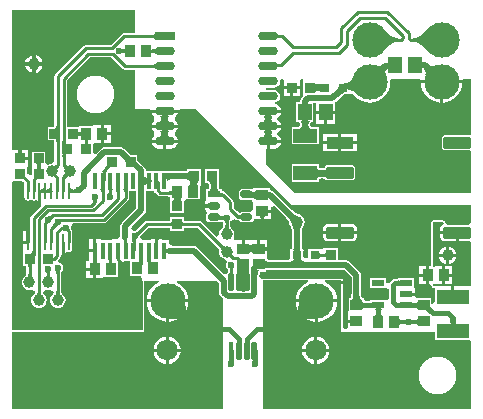
<source format=gtl>
G04*
G04 #@! TF.GenerationSoftware,Altium Limited,Altium Designer,20.0.9 (164)*
G04*
G04 Layer_Physical_Order=1*
G04 Layer_Color=255*
%FSLAX25Y25*%
%MOIN*%
G70*
G01*
G75*
%ADD13C,0.01000*%
%ADD15C,0.01200*%
%ADD17R,0.03543X0.03937*%
%ADD18R,0.03347X0.03347*%
%ADD19R,0.06693X0.02992*%
%ADD20R,0.03937X0.03543*%
%ADD21R,0.03347X0.03347*%
%ADD22R,0.00943X0.05456*%
%ADD23O,0.00943X0.05456*%
%ADD24O,0.06693X0.02992*%
G04:AMPARAMS|DCode=25|XSize=59.06mil|YSize=17.72mil|CornerRadius=4.43mil|HoleSize=0mil|Usage=FLASHONLY|Rotation=90.000|XOffset=0mil|YOffset=0mil|HoleType=Round|Shape=RoundedRectangle|*
%AMROUNDEDRECTD25*
21,1,0.05906,0.00886,0,0,90.0*
21,1,0.05020,0.01772,0,0,90.0*
1,1,0.00886,0.00443,0.02510*
1,1,0.00886,0.00443,-0.02510*
1,1,0.00886,-0.00443,-0.02510*
1,1,0.00886,-0.00443,0.02510*
%
%ADD25ROUNDEDRECTD25*%
%ADD26R,0.01772X0.05906*%
%ADD27R,0.01772X0.05709*%
%ADD28R,0.03937X0.02362*%
G04:AMPARAMS|DCode=29|XSize=23.62mil|YSize=39.37mil|CornerRadius=5.91mil|HoleSize=0mil|Usage=FLASHONLY|Rotation=90.000|XOffset=0mil|YOffset=0mil|HoleType=Round|Shape=RoundedRectangle|*
%AMROUNDEDRECTD29*
21,1,0.02362,0.02756,0,0,90.0*
21,1,0.01181,0.03937,0,0,90.0*
1,1,0.01181,0.01378,0.00591*
1,1,0.01181,0.01378,-0.00591*
1,1,0.01181,-0.01378,-0.00591*
1,1,0.01181,-0.01378,0.00591*
%
%ADD29ROUNDEDRECTD29*%
%ADD30C,0.03937*%
%ADD31R,0.04134X0.02362*%
G04:AMPARAMS|DCode=32|XSize=39.37mil|YSize=90.16mil|CornerRadius=3.94mil|HoleSize=0mil|Usage=FLASHONLY|Rotation=270.000|XOffset=0mil|YOffset=0mil|HoleType=Round|Shape=RoundedRectangle|*
%AMROUNDEDRECTD32*
21,1,0.03937,0.08228,0,0,270.0*
21,1,0.03150,0.09016,0,0,270.0*
1,1,0.00787,-0.04114,-0.01575*
1,1,0.00787,-0.04114,0.01575*
1,1,0.00787,0.04114,0.01575*
1,1,0.00787,0.04114,-0.01575*
%
%ADD32ROUNDEDRECTD32*%
%ADD33R,0.09016X0.03937*%
%ADD34R,0.03150X0.03150*%
%ADD35R,0.07874X0.04724*%
%ADD36R,0.04528X0.05512*%
%ADD37R,0.10630X0.05118*%
%ADD61C,0.02000*%
%ADD62C,0.03000*%
%ADD63C,0.01799*%
%ADD64C,0.01800*%
%ADD65C,0.04000*%
%ADD66C,0.01500*%
%ADD67C,0.07087*%
%ADD68C,0.11811*%
%ADD69C,0.02362*%
G36*
X42126Y126531D02*
X38719D01*
X38719Y126531D01*
X38290Y126446D01*
X37926Y126202D01*
X37926Y126202D01*
X34299Y122575D01*
X25925D01*
X25925Y122575D01*
X25496Y122490D01*
X25132Y122247D01*
X25132Y122247D01*
X15727Y112842D01*
X15484Y112478D01*
X15398Y112049D01*
X15398Y112049D01*
Y95654D01*
X15371Y95592D01*
X15366Y95420D01*
X15355Y95293D01*
X15339Y95197D01*
X15336Y95187D01*
X13180D01*
Y90640D01*
X15336D01*
X15339Y90630D01*
X15355Y90534D01*
X15366Y90407D01*
X15371Y90235D01*
X15398Y90173D01*
Y87369D01*
X15398Y87369D01*
X15398Y87369D01*
Y83783D01*
X15372Y83699D01*
X14567Y82906D01*
X13896Y82817D01*
X13411Y82616D01*
X12910Y82811D01*
X12411Y83159D01*
Y86919D01*
X7865D01*
Y82372D01*
X7864D01*
Y81801D01*
X7865D01*
Y79502D01*
X7569Y79229D01*
X6338Y79382D01*
X6309Y79430D01*
Y81138D01*
X6709Y81972D01*
X6709Y82635D01*
Y84146D01*
X4035D01*
Y84646D01*
X3535D01*
Y86295D01*
X2937D01*
X3032Y86305D01*
X3117Y86335D01*
X3192Y86386D01*
X3257Y86457D01*
X3312Y86548D01*
X3357Y86659D01*
X3392Y86791D01*
X3417Y86943D01*
X3432Y87115D01*
X3436Y87251D01*
X3434Y87318D01*
X3434Y87319D01*
X1362Y87319D01*
X1122Y88219D01*
Y134048D01*
X42126D01*
Y126531D01*
D02*
G37*
G36*
X89587Y126309D02*
X89626Y126225D01*
X89692Y126151D01*
X89783Y126087D01*
X89900Y126033D01*
X90044Y125988D01*
X90214Y125954D01*
X90410Y125929D01*
X90632Y125914D01*
X90879Y125909D01*
Y124909D01*
X90632Y124905D01*
X90214Y124865D01*
X90044Y124831D01*
X89900Y124786D01*
X89783Y124732D01*
X89692Y124668D01*
X89626Y124594D01*
X89587Y124510D01*
X89574Y124417D01*
Y126402D01*
X89587Y126309D01*
D02*
G37*
G36*
X48859Y124409D02*
X48849Y124504D01*
X48818Y124590D01*
X48768Y124664D01*
X48697Y124729D01*
X48606Y124784D01*
X48494Y124829D01*
X48363Y124864D01*
X48211Y124890D01*
X48039Y124904D01*
X47847Y124909D01*
Y125909D01*
X48039Y125915D01*
X48211Y125929D01*
X48363Y125954D01*
X48494Y125989D01*
X48606Y126034D01*
X48697Y126090D01*
X48768Y126154D01*
X48818Y126229D01*
X48849Y126314D01*
X48859Y126409D01*
Y124409D01*
D02*
G37*
G36*
X38988Y119472D02*
X38978Y119567D01*
X38948Y119652D01*
X38898Y119727D01*
X38828Y119792D01*
X38738Y119847D01*
X38628Y119892D01*
X38498Y119927D01*
X38427Y119939D01*
X38342Y119920D01*
X38245Y119891D01*
X38155Y119855D01*
X38070Y119812D01*
X37991Y119763D01*
X37918Y119708D01*
X37851Y119646D01*
Y121299D01*
X37918Y121237D01*
X37991Y121182D01*
X38070Y121133D01*
X38155Y121090D01*
X38245Y121054D01*
X38342Y121025D01*
X38427Y121006D01*
X38498Y121017D01*
X38628Y121052D01*
X38738Y121097D01*
X38828Y121152D01*
X38898Y121217D01*
X38948Y121292D01*
X38978Y121377D01*
X38988Y121472D01*
Y119472D01*
D02*
G37*
G36*
X140283Y120012D02*
X139589Y120702D01*
X137739Y122337D01*
X137199Y122737D01*
X136697Y123064D01*
X136234Y123319D01*
X135808Y123500D01*
X135421Y123609D01*
X135072Y123646D01*
Y124646D01*
X135421Y124682D01*
X135808Y124791D01*
X136234Y124973D01*
X136697Y125227D01*
X137199Y125554D01*
X137739Y125954D01*
X138934Y126971D01*
X140283Y128279D01*
Y120012D01*
D02*
G37*
G36*
X125395Y127589D02*
X127245Y125954D01*
X127785Y125554D01*
X128287Y125227D01*
X128751Y124973D01*
X129176Y124791D01*
X129563Y124682D01*
X129912Y124646D01*
Y123646D01*
X129563Y123609D01*
X129176Y123500D01*
X128751Y123319D01*
X128287Y123064D01*
X127785Y122737D01*
X127245Y122337D01*
X126050Y121320D01*
X124702Y120012D01*
Y128279D01*
X125395Y127589D01*
D02*
G37*
G36*
X47821Y121315D02*
X47851Y121229D01*
X47902Y121154D01*
X47973Y121089D01*
X48064Y121034D01*
X48175Y120990D01*
X48307Y120954D01*
X48415Y120937D01*
X48597Y120954D01*
X48767Y120988D01*
X48911Y121033D01*
X49028Y121087D01*
X49119Y121151D01*
X49185Y121225D01*
X49224Y121309D01*
X49237Y121402D01*
Y119417D01*
X49224Y119510D01*
X49185Y119594D01*
X49119Y119668D01*
X49028Y119732D01*
X48911Y119786D01*
X48767Y119831D01*
X48597Y119865D01*
X48435Y119886D01*
X48307Y119864D01*
X48175Y119829D01*
X48064Y119784D01*
X47973Y119729D01*
X47902Y119665D01*
X47851Y119589D01*
X47821Y119504D01*
X47811Y119409D01*
Y121409D01*
X47821Y121315D01*
D02*
G37*
G36*
X126428Y114699D02*
X126226Y114486D01*
X126052Y114281D01*
X125908Y114083D01*
X125793Y113894D01*
X125707Y113712D01*
X125649Y113538D01*
X125621Y113372D01*
X125622Y113214D01*
X125651Y113063D01*
X125710Y112920D01*
X123235Y115395D01*
X123378Y115336D01*
X123529Y115307D01*
X123687Y115306D01*
X123853Y115334D01*
X124027Y115392D01*
X124209Y115478D01*
X124398Y115593D01*
X124596Y115737D01*
X124801Y115911D01*
X125014Y116113D01*
X126428Y114699D01*
D02*
G37*
G36*
X89420Y116490D02*
X89475Y116421D01*
X89553Y116360D01*
X89655Y116308D01*
X89782Y116263D01*
X89932Y116227D01*
X90106Y116198D01*
X90305Y116178D01*
X90774Y116162D01*
X90859Y115162D01*
X90641Y115158D01*
X90280Y115125D01*
X90137Y115096D01*
X90019Y115059D01*
X89926Y115014D01*
X89857Y114961D01*
X89814Y114899D01*
X89795Y114830D01*
X89801Y114752D01*
X89390Y116567D01*
X89420Y116490D01*
D02*
G37*
G36*
X49237Y114417D02*
X49224Y114510D01*
X49185Y114594D01*
X49119Y114668D01*
X49028Y114732D01*
X48911Y114786D01*
X48767Y114831D01*
X48597Y114865D01*
X48401Y114890D01*
X48180Y114904D01*
X47932Y114909D01*
Y115909D01*
X48180Y115914D01*
X48597Y115954D01*
X48767Y115988D01*
X48911Y116033D01*
X49028Y116087D01*
X49119Y116151D01*
X49185Y116225D01*
X49224Y116308D01*
X49237Y116402D01*
Y114417D01*
D02*
G37*
G36*
X139896Y116206D02*
X140164Y115994D01*
X140432Y115819D01*
X140699Y115682D01*
X140965Y115583D01*
X141232Y115521D01*
X141498Y115496D01*
X141764Y115509D01*
X142030Y115560D01*
X142295Y115648D01*
X139022Y112374D01*
X139110Y112639D01*
X139160Y112905D01*
X139173Y113171D01*
X139148Y113437D01*
X139086Y113704D01*
X138987Y113971D01*
X138850Y114238D01*
X138676Y114505D01*
X138464Y114773D01*
X138214Y115041D01*
X139628Y116455D01*
X139896Y116206D01*
D02*
G37*
G36*
X120838Y109816D02*
X120711Y109685D01*
X120493Y109434D01*
X120403Y109314D01*
X120395Y109302D01*
X120527Y109170D01*
X120448Y109155D01*
X120350Y109114D01*
X120240Y109051D01*
X120202Y108976D01*
X120159Y108870D01*
X120128Y108768D01*
X120109Y108670D01*
X119942Y108837D01*
X119581Y108529D01*
X118897Y107875D01*
X118190Y108582D01*
X118433Y108829D01*
X119142Y109637D01*
X118985Y109794D01*
X119083Y109813D01*
X119185Y109844D01*
X119290Y109887D01*
X119366Y109925D01*
X119429Y110035D01*
X119469Y110133D01*
X119485Y110212D01*
X119617Y110080D01*
X119629Y110088D01*
X119749Y110178D01*
X120000Y110396D01*
X120131Y110523D01*
X120838Y109816D01*
D02*
G37*
G36*
X112880Y106666D02*
X112724Y106779D01*
X112540Y106835D01*
X112328D01*
X112088Y106779D01*
X111819Y106666D01*
X111522Y106496D01*
X111197Y106270D01*
X110843Y105987D01*
X110051Y105251D01*
X108637Y106666D01*
X109033Y107076D01*
X109655Y107811D01*
X109882Y108136D01*
X110051Y108433D01*
X110164Y108702D01*
X110221Y108942D01*
Y109155D01*
X110164Y109338D01*
X110051Y109494D01*
X112880Y106666D01*
D02*
G37*
G36*
X102370Y109803D02*
X102430Y109691D01*
X102530Y109592D01*
X102670Y109506D01*
X102850Y109433D01*
X103070Y109373D01*
X103270Y109338D01*
X103426Y109352D01*
X103646Y109399D01*
X103826Y109456D01*
X103966Y109524D01*
X104066Y109603D01*
X104126Y109692D01*
X104146Y109791D01*
Y109275D01*
X104350Y109268D01*
Y107268D01*
X104146Y107264D01*
Y106666D01*
X104126Y106780D01*
X104066Y106882D01*
X103966Y106973D01*
X103826Y107051D01*
X103646Y107117D01*
X103426Y107171D01*
X103268Y107197D01*
X103070Y107162D01*
X102850Y107102D01*
X102670Y107030D01*
X102530Y106944D01*
X102430Y106844D01*
X102370Y106732D01*
X102350Y106606D01*
Y107261D01*
X102146Y107268D01*
Y109268D01*
X102350Y109271D01*
Y109929D01*
X102370Y109803D01*
D02*
G37*
G36*
X116209Y106095D02*
X115876Y106420D01*
X115528Y106710D01*
X115164Y106966D01*
X114785Y107188D01*
X114390Y107376D01*
X113980Y107530D01*
X113763Y107591D01*
X113670Y107553D01*
X113489Y107443D01*
X113348Y107313D01*
X113247Y107163D01*
X113186Y106993D01*
X113165Y106803D01*
X113169Y107724D01*
X113115Y107735D01*
X112660Y107786D01*
X112189Y107803D01*
Y109803D01*
X112578Y109824D01*
X112939Y109886D01*
X113272Y109990D01*
X113578Y110136D01*
X113856Y110323D01*
X114107Y110552D01*
X114330Y110822D01*
X114525Y111135D01*
X114693Y111488D01*
X114833Y111883D01*
X116209Y106095D01*
D02*
G37*
G36*
X100057Y103708D02*
X100103Y103033D01*
X100125Y102925D01*
X100150Y102840D01*
X100179Y102780D01*
X100212Y102744D01*
X100248Y102732D01*
X97862D01*
X97899Y102744D01*
X97931Y102780D01*
X97961Y102840D01*
X97986Y102925D01*
X98007Y103033D01*
X98024Y103166D01*
X98047Y103503D01*
X98055Y103937D01*
X100055D01*
X100057Y103708D01*
D02*
G37*
G36*
X88439Y98924D02*
X88269Y98863D01*
X88119Y98761D01*
X87989Y98619D01*
X87880Y98436D01*
X87790Y98213D01*
X87720Y97949D01*
X87713Y97909D01*
X87720Y97870D01*
X87790Y97606D01*
X87880Y97383D01*
X87989Y97200D01*
X88119Y97058D01*
X88269Y96956D01*
X88439Y96895D01*
X88628Y96875D01*
X84632D01*
X84821Y96895D01*
X84991Y96956D01*
X85141Y97058D01*
X85271Y97200D01*
X85380Y97383D01*
X85470Y97606D01*
X85540Y97870D01*
X85546Y97909D01*
X85540Y97949D01*
X85470Y98213D01*
X85380Y98436D01*
X85271Y98619D01*
X85141Y98761D01*
X84991Y98863D01*
X84821Y98924D01*
X84632Y98944D01*
X88628D01*
X88439Y98924D01*
D02*
G37*
G36*
X100810Y97248D02*
X100640Y97188D01*
X100490Y97087D01*
X100360Y96946D01*
X100250Y96765D01*
X100160Y96544D01*
X100090Y96282D01*
X100040Y95980D01*
X100036Y95937D01*
X100040Y95894D01*
X100090Y95592D01*
X100160Y95330D01*
X100250Y95109D01*
X100360Y94928D01*
X100490Y94787D01*
X100640Y94686D01*
X100810Y94626D01*
X101000Y94606D01*
X97000D01*
X97190Y94626D01*
X97360Y94686D01*
X97510Y94787D01*
X97640Y94928D01*
X97750Y95109D01*
X97840Y95330D01*
X97910Y95592D01*
X97960Y95894D01*
X97964Y95937D01*
X97960Y95980D01*
X97910Y96282D01*
X97840Y96544D01*
X97750Y96765D01*
X97640Y96946D01*
X97510Y97087D01*
X97360Y97188D01*
X97190Y97248D01*
X97000Y97268D01*
X101000D01*
X100810Y97248D01*
D02*
G37*
G36*
X17021Y95385D02*
X17066Y94665D01*
X17080Y94615D01*
X17096Y94585D01*
X17114Y94575D01*
X15520Y94563D01*
X15615Y94573D01*
X15700Y94604D01*
X15775Y94655D01*
X15840Y94726D01*
X15895Y94818D01*
X15940Y94929D01*
X15975Y95060D01*
X16000Y95211D01*
X16015Y95383D01*
X16020Y95575D01*
X17020D01*
X17021Y95385D01*
D02*
G37*
G36*
X24335Y91913D02*
X24325Y92008D01*
X24295Y92093D01*
X24244Y92168D01*
X24173Y92233D01*
X24082Y92288D01*
X23971Y92333D01*
X23839Y92368D01*
X23772Y92379D01*
X23706Y92368D01*
X23576Y92333D01*
X23466Y92288D01*
X23376Y92233D01*
X23306Y92168D01*
X23256Y92093D01*
X23226Y92008D01*
X23216Y91913D01*
Y93913D01*
X23226Y93818D01*
X23256Y93733D01*
X23306Y93658D01*
X23376Y93593D01*
X23466Y93538D01*
X23576Y93493D01*
X23706Y93458D01*
X23772Y93447D01*
X23839Y93458D01*
X23971Y93493D01*
X24082Y93538D01*
X24173Y93593D01*
X24244Y93658D01*
X24295Y93733D01*
X24325Y93818D01*
X24335Y93913D01*
Y91913D01*
D02*
G37*
G36*
X91448Y111024D02*
X91913Y110941D01*
X91913Y110524D01*
Y108768D01*
X94587D01*
X97260D01*
Y110524D01*
X97726Y111024D01*
X98374D01*
X98416Y110541D01*
X98416D01*
Y105994D01*
X98416Y105994D01*
X98416D01*
X98338Y105527D01*
X97902Y105091D01*
X97548Y104561D01*
X97443Y104034D01*
X97406Y103949D01*
X97398Y103531D01*
X97386Y103356D01*
X96053D01*
Y96644D01*
X96891D01*
X96932Y96622D01*
X97045Y96610D01*
X97066Y96603D01*
X97085Y96590D01*
X97119Y96553D01*
X97168Y96472D01*
X97223Y96337D01*
X97275Y96145D01*
X97309Y95937D01*
X97275Y95729D01*
X97223Y95537D01*
X97168Y95402D01*
X97119Y95321D01*
X97085Y95284D01*
X97066Y95271D01*
X97045Y95264D01*
X96932Y95252D01*
X96891Y95230D01*
X94463D01*
Y89306D01*
X103537D01*
Y95230D01*
X101109D01*
X101068Y95252D01*
X100955Y95264D01*
X100934Y95271D01*
X100915Y95284D01*
X100881Y95321D01*
X100832Y95402D01*
X100777Y95537D01*
X100725Y95729D01*
X100691Y95937D01*
X100725Y96145D01*
X100777Y96337D01*
X100832Y96472D01*
X100881Y96553D01*
X100915Y96590D01*
X100934Y96603D01*
X100955Y96610D01*
X101068Y96622D01*
X101109Y96644D01*
X101781D01*
Y103093D01*
X102543D01*
Y100500D01*
X105807D01*
X109071D01*
Y103442D01*
X109264Y103571D01*
X110454Y104761D01*
X110493Y104775D01*
X111268Y105495D01*
X111586Y105749D01*
X111869Y105946D01*
X112057Y106053D01*
X112789D01*
X112880Y106016D01*
X112929Y106037D01*
X112981Y106024D01*
X113029Y106053D01*
X113789D01*
X114929Y106053D01*
X115578Y105263D01*
X116629Y104400D01*
X117829Y103759D01*
X119131Y103364D01*
X120484Y103230D01*
X121838Y103364D01*
X123140Y103759D01*
X124339Y104400D01*
X125391Y105263D01*
X126254Y106314D01*
X126895Y107514D01*
X127290Y108816D01*
X127423Y110169D01*
X127375Y110653D01*
X127711Y111024D01*
X137273D01*
X137594Y110669D01*
X144500D01*
X151406D01*
X151727Y111024D01*
X154414D01*
Y92839D01*
X153914Y92515D01*
X153744Y92549D01*
X145516D01*
X145128Y92471D01*
X144799Y92252D01*
X144580Y91923D01*
X144503Y91535D01*
Y88386D01*
X144580Y87998D01*
X144799Y87669D01*
X145128Y87450D01*
X145516Y87373D01*
X153744D01*
X153914Y87406D01*
X154414Y87083D01*
Y73169D01*
X95335Y73169D01*
X85827Y82677D01*
Y87865D01*
X86130D01*
Y90409D01*
X86630D01*
Y90909D01*
X90926D01*
X90832Y91383D01*
X90280Y92209D01*
X89654Y92627D01*
Y93192D01*
X90280Y93610D01*
X90832Y94436D01*
X90926Y94910D01*
X86630D01*
Y95910D01*
X90926D01*
X90832Y96383D01*
X90280Y97209D01*
X89654Y97627D01*
Y98192D01*
X90280Y98610D01*
X90832Y99436D01*
X90926Y99910D01*
X86630D01*
Y100909D01*
X90926D01*
X90832Y101383D01*
X90280Y102209D01*
X89454Y102761D01*
X88963Y102858D01*
Y103368D01*
X89298Y103435D01*
X89991Y103898D01*
X90455Y104592D01*
X90617Y105409D01*
X90455Y106227D01*
X89991Y106921D01*
X89298Y107384D01*
X88480Y107547D01*
X85827D01*
Y108272D01*
X88480D01*
X89298Y108435D01*
X89991Y108898D01*
X90455Y109592D01*
X90617Y110409D01*
X90572Y110637D01*
X90889Y111024D01*
X91448D01*
D02*
G37*
G36*
X88439Y93924D02*
X88269Y93863D01*
X88119Y93761D01*
X87989Y93619D01*
X87880Y93436D01*
X87790Y93213D01*
X87720Y92949D01*
X87713Y92909D01*
X87720Y92870D01*
X87790Y92606D01*
X87880Y92383D01*
X87989Y92200D01*
X88119Y92058D01*
X88269Y91956D01*
X88439Y91895D01*
X88628Y91875D01*
X84632D01*
X84821Y91895D01*
X84991Y91956D01*
X85141Y92058D01*
X85271Y92200D01*
X85380Y92383D01*
X85470Y92606D01*
X85540Y92870D01*
X85546Y92909D01*
X85540Y92949D01*
X85470Y93213D01*
X85380Y93436D01*
X85271Y93619D01*
X85141Y93761D01*
X84991Y93863D01*
X84821Y93924D01*
X84632Y93944D01*
X88628D01*
X88439Y93924D01*
D02*
G37*
G36*
X17114Y91252D02*
X17096Y91242D01*
X17080Y91212D01*
X17066Y91162D01*
X17054Y91092D01*
X17043Y91002D01*
X17023Y90612D01*
X17020Y90252D01*
X16020D01*
X16015Y90444D01*
X16000Y90615D01*
X15975Y90767D01*
X15940Y90898D01*
X15895Y91009D01*
X15840Y91100D01*
X15775Y91171D01*
X15700Y91223D01*
X15615Y91253D01*
X15520Y91264D01*
X17114Y91252D01*
D02*
G37*
G36*
X26988Y90959D02*
X26903Y90928D01*
X26828Y90878D01*
X26763Y90807D01*
X26708Y90716D01*
X26663Y90605D01*
X26628Y90473D01*
X26603Y90321D01*
X26593Y90207D01*
X26603Y90092D01*
X26628Y89940D01*
X26663Y89809D01*
X26708Y89697D01*
X26763Y89606D01*
X26828Y89536D01*
X26903Y89485D01*
X26988Y89455D01*
X27083Y89445D01*
X25083D01*
X25178Y89455D01*
X25263Y89485D01*
X25338Y89536D01*
X25403Y89606D01*
X25458Y89697D01*
X25503Y89809D01*
X25538Y89940D01*
X25563Y90092D01*
X25573Y90207D01*
X25563Y90321D01*
X25538Y90473D01*
X25503Y90605D01*
X25458Y90716D01*
X25403Y90807D01*
X25338Y90878D01*
X25263Y90928D01*
X25178Y90959D01*
X25083Y90969D01*
X27083D01*
X26988Y90959D01*
D02*
G37*
G36*
X19025Y90265D02*
X19040Y90094D01*
X19065Y89942D01*
X19100Y89811D01*
X19145Y89700D01*
X19200Y89609D01*
X19265Y89537D01*
X19340Y89486D01*
X19425Y89455D01*
X19520Y89445D01*
X18122Y89456D01*
X18103Y89467D01*
X18085Y89496D01*
X18070Y89547D01*
X18057Y89617D01*
X18045Y89706D01*
X18029Y89947D01*
X18020Y90456D01*
X19020D01*
X19025Y90265D01*
D02*
G37*
G36*
X19425Y86135D02*
X19340Y86104D01*
X19265Y86053D01*
X19200Y85982D01*
X19145Y85891D01*
X19100Y85780D01*
X19065Y85648D01*
X19040Y85497D01*
X19025Y85326D01*
X19020Y85134D01*
X18020D01*
X18122Y86134D01*
X19520Y86146D01*
X19425Y86135D01*
D02*
G37*
G36*
X39595Y86144D02*
X40331Y85522D01*
X40656Y85295D01*
X40953Y85126D01*
X41222Y85013D01*
X41462Y84956D01*
X41674D01*
X41858Y85013D01*
X42014Y85126D01*
X39185Y82297D01*
X39298Y82453D01*
X39355Y82637D01*
Y82849D01*
X39298Y83089D01*
X39185Y83358D01*
X39015Y83655D01*
X38789Y83980D01*
X38506Y84334D01*
X37771Y85126D01*
X39185Y86540D01*
X39595Y86144D01*
D02*
G37*
G36*
X16873Y82016D02*
X16758Y81895D01*
X16573Y81668D01*
X16503Y81561D01*
X16449Y81459D01*
X16410Y81362D01*
X16386Y81270D01*
X16377Y81182D01*
X16383Y81099D01*
X16405Y81020D01*
X15136Y82199D01*
X15216Y82183D01*
X15302Y82183D01*
X15392Y82197D01*
X15488Y82227D01*
X15588Y82271D01*
X15694Y82331D01*
X15804Y82407D01*
X15920Y82497D01*
X16040Y82602D01*
X16166Y82723D01*
X16873Y82016D01*
D02*
G37*
G36*
X34497Y81803D02*
X34419Y81860D01*
X34327Y81888D01*
X34221D01*
X34101Y81860D01*
X33967Y81803D01*
X33818Y81718D01*
X33656Y81605D01*
X33479Y81464D01*
X33083Y81096D01*
X32376Y81803D01*
X32574Y82008D01*
X32885Y82376D01*
X32998Y82539D01*
X33083Y82687D01*
X33139Y82822D01*
X33168Y82942D01*
Y83048D01*
X33139Y83140D01*
X33083Y83218D01*
X34497Y81803D01*
D02*
G37*
G36*
X11043Y82986D02*
X10958Y82956D01*
X10883Y82905D01*
X10818Y82835D01*
X10763Y82743D01*
X10718Y82632D01*
X10683Y82501D01*
X10658Y82349D01*
X10643Y82177D01*
X10640Y82087D01*
X10643Y81997D01*
X10658Y81824D01*
X10683Y81673D01*
X10718Y81541D01*
X10763Y81430D01*
X10818Y81339D01*
X10883Y81268D01*
X10958Y81217D01*
X11043Y81187D01*
X11138Y81177D01*
X9138D01*
X9233Y81187D01*
X9318Y81217D01*
X9393Y81268D01*
X9458Y81339D01*
X9513Y81430D01*
X9558Y81541D01*
X9593Y81673D01*
X9618Y81824D01*
X9633Y81997D01*
X9635Y82087D01*
X9633Y82177D01*
X9618Y82349D01*
X9593Y82501D01*
X9558Y82632D01*
X9513Y82743D01*
X9458Y82835D01*
X9393Y82905D01*
X9318Y82956D01*
X9233Y82986D01*
X9138Y82996D01*
X11138D01*
X11043Y82986D01*
D02*
G37*
G36*
X18999Y82602D02*
X19235Y82407D01*
X19346Y82331D01*
X19451Y82271D01*
X19552Y82227D01*
X19647Y82197D01*
X19738Y82183D01*
X19823Y82183D01*
X19903Y82199D01*
X18634Y81020D01*
X18656Y81099D01*
X18663Y81182D01*
X18654Y81270D01*
X18630Y81362D01*
X18590Y81459D01*
X18536Y81561D01*
X18466Y81668D01*
X18382Y81779D01*
X18281Y81895D01*
X18166Y82016D01*
X18873Y82723D01*
X18999Y82602D01*
D02*
G37*
G36*
X32370Y80008D02*
X31287Y79996D01*
X31305Y80002D01*
X31321Y80020D01*
X31335Y80051D01*
X31348Y80093D01*
X31358Y80148D01*
X31367Y80215D01*
X31378Y80384D01*
X31382Y80602D01*
X32382D01*
X32370Y80008D01*
D02*
G37*
G36*
X19981Y78409D02*
X19867Y78430D01*
X19752Y78435D01*
X19636Y78425D01*
X19518Y78398D01*
X19398Y78356D01*
X19276Y78298D01*
X19153Y78224D01*
X19028Y78135D01*
X18901Y78029D01*
X18773Y77908D01*
X18066Y78615D01*
X18187Y78743D01*
X18292Y78870D01*
X18382Y78995D01*
X18456Y79118D01*
X18514Y79240D01*
X18556Y79360D01*
X18582Y79478D01*
X18593Y79595D01*
X18587Y79710D01*
X18566Y79823D01*
X19981Y78409D01*
D02*
G37*
G36*
X45989Y78227D02*
X46239Y78193D01*
X46528Y78172D01*
X46850Y78165D01*
Y76165D01*
X46528Y76158D01*
X45989Y76104D01*
Y75480D01*
X45972Y75610D01*
X45921Y75727D01*
X45836Y75830D01*
X45717Y75919D01*
X45571Y75991D01*
X45425Y75919D01*
X45306Y75830D01*
X45221Y75727D01*
X45170Y75610D01*
X45153Y75480D01*
Y76104D01*
X44902Y76138D01*
X44614Y76158D01*
X44291Y76165D01*
Y78165D01*
X44614Y78172D01*
X45153Y78227D01*
Y78851D01*
X45170Y78720D01*
X45221Y78604D01*
X45306Y78501D01*
X45425Y78412D01*
X45571Y78340D01*
X45717Y78412D01*
X45836Y78501D01*
X45921Y78604D01*
X45972Y78720D01*
X45989Y78851D01*
Y78227D01*
D02*
G37*
G36*
X16279Y79327D02*
X16273Y79271D01*
X16280Y79209D01*
X16299Y79141D01*
X16333Y79068D01*
X16379Y78988D01*
X16438Y78904D01*
X16510Y78813D01*
X16694Y78614D01*
X15987Y77907D01*
X15871Y78020D01*
X15564Y78279D01*
X15475Y78338D01*
X15394Y78384D01*
X15319Y78416D01*
X15252Y78434D01*
X15192Y78440D01*
X15138Y78431D01*
X16298Y79378D01*
X16279Y79327D01*
D02*
G37*
G36*
X4614Y77232D02*
X4728Y77153D01*
X5056Y76875D01*
X5246Y76692D01*
X5310Y76666D01*
X5369Y76608D01*
Y73954D01*
X5399Y73807D01*
Y71698D01*
X5482Y71280D01*
X5719Y70925D01*
X6073Y70688D01*
X6491Y70605D01*
X6909Y70688D01*
X7476Y70861D01*
X8043Y70688D01*
X8461Y70605D01*
X8879Y70688D01*
X8932Y70724D01*
X9370Y70637D01*
X9789Y70357D01*
X9872Y70426D01*
X9959Y70509D01*
X10231Y70237D01*
X10431Y70198D01*
X10689Y70249D01*
X10857Y70116D01*
X10964Y68826D01*
X7668Y65530D01*
X7425Y65166D01*
X7339Y64737D01*
X7339Y64737D01*
Y60482D01*
X7000D01*
X6991Y59684D01*
Y56754D01*
X6491D01*
Y56254D01*
X5020D01*
Y53454D01*
X4912D01*
Y48908D01*
X6002D01*
X6004Y48899D01*
X6020Y48803D01*
X6031Y48675D01*
X6036Y48503D01*
X6064Y48441D01*
Y46325D01*
X6036Y46268D01*
X6039Y46260D01*
X6036Y46253D01*
X6031Y46097D01*
X6020Y45979D01*
X6003Y45880D01*
X5983Y45800D01*
X5960Y45740D01*
X5939Y45698D01*
X5920Y45669D01*
X5904Y45651D01*
X5889Y45638D01*
X5831Y45603D01*
X5795Y45553D01*
X5737Y45532D01*
X5720Y45496D01*
X5255Y45139D01*
X4843Y44602D01*
X4584Y43978D01*
X4496Y43307D01*
X4584Y42637D01*
X4843Y42012D01*
X5255Y41475D01*
X5791Y41063D01*
X6416Y40805D01*
X7087Y40716D01*
X7757Y40805D01*
X7891Y40860D01*
X8886Y40370D01*
X8938Y40223D01*
X8945Y40061D01*
X8881Y39695D01*
X8840Y39568D01*
X8404Y39233D01*
X7993Y38697D01*
X7734Y38072D01*
X7646Y37402D01*
X7734Y36731D01*
X7993Y36106D01*
X8404Y35570D01*
X8941Y35158D01*
X9566Y34899D01*
X10236Y34811D01*
X10907Y34899D01*
X11532Y35158D01*
X12068Y35570D01*
X12480Y36106D01*
X12739Y36731D01*
X12827Y37402D01*
X12739Y38072D01*
X12480Y38697D01*
X12068Y39233D01*
X11805Y39436D01*
X11783Y39494D01*
X11726Y39521D01*
X11714Y39541D01*
X11696Y39706D01*
X11705Y40057D01*
X11770Y40281D01*
X12715Y40805D01*
X13386Y40716D01*
X14056Y40805D01*
X15083Y40316D01*
X15162Y40095D01*
X15177Y40041D01*
X15176Y40008D01*
X15076Y39556D01*
X15054Y39502D01*
X14704Y39233D01*
X14292Y38697D01*
X14033Y38072D01*
X13945Y37402D01*
X14033Y36731D01*
X14292Y36106D01*
X14704Y35570D01*
X15240Y35158D01*
X15865Y34899D01*
X16535Y34811D01*
X17206Y34899D01*
X17831Y35158D01*
X18367Y35570D01*
X18779Y36106D01*
X19038Y36731D01*
X19126Y37402D01*
X19038Y38072D01*
X18779Y38697D01*
X18367Y39233D01*
X18017Y39502D01*
X17995Y39556D01*
X17937Y39580D01*
X17903Y39633D01*
X17845Y39672D01*
X17826Y39690D01*
X17806Y39713D01*
X17784Y39748D01*
X17761Y39796D01*
X17738Y39862D01*
X17717Y39945D01*
X17700Y40047D01*
X17689Y40168D01*
X17685Y40324D01*
X17657Y40386D01*
Y46173D01*
X17685Y46235D01*
X17687Y46336D01*
X17694Y46411D01*
X17704Y46476D01*
X17716Y46532D01*
X17730Y46579D01*
X17746Y46619D01*
X17763Y46651D01*
X17780Y46679D01*
X17798Y46702D01*
X17839Y46747D01*
X17863Y46812D01*
X18213Y47337D01*
X18351Y48031D01*
X18213Y48726D01*
X17819Y49316D01*
X17230Y49709D01*
X16940Y49767D01*
X16552Y50793D01*
X17134Y51375D01*
X17134Y51375D01*
X17377Y51738D01*
X17462Y52168D01*
X17462Y52168D01*
Y52184D01*
X18311Y52998D01*
X18885Y53112D01*
X19372Y53437D01*
X19810Y53524D01*
X19863Y53488D01*
X20281Y53405D01*
X20699Y53488D01*
X21053Y53725D01*
X21290Y54080D01*
X21373Y54498D01*
Y56607D01*
X21402Y56754D01*
Y60428D01*
X21402Y60428D01*
X21317Y60857D01*
X21074Y61221D01*
X21069Y61226D01*
X21107Y61417D01*
X20996Y61976D01*
X21125Y62327D01*
X21595Y62976D01*
X31814D01*
X31814Y62976D01*
X32243Y63061D01*
X32607Y63305D01*
X39938Y70635D01*
X39938Y70635D01*
X40181Y70999D01*
X40266Y71428D01*
Y73246D01*
X40294Y73309D01*
X40298Y73483D01*
X40307Y73617D01*
X40320Y73711D01*
X42660D01*
Y67981D01*
X37892Y63214D01*
X37538Y62684D01*
X37414Y62060D01*
Y59530D01*
X37299Y59356D01*
X37160Y58661D01*
X36314Y57791D01*
X34728D01*
Y57391D01*
X30823D01*
Y57791D01*
X29437D01*
Y53937D01*
X28937D01*
Y53437D01*
X27051D01*
Y50606D01*
X26067D01*
Y48212D01*
X26137Y48190D01*
X26239Y48167D01*
X26348Y48151D01*
X26354Y48150D01*
X26439Y48158D01*
X26589Y48183D01*
X26719Y48218D01*
X26829Y48263D01*
X26919Y48318D01*
X26989Y48383D01*
X27039Y48458D01*
X27069Y48543D01*
X27079Y48638D01*
Y48138D01*
X28839D01*
Y47638D01*
X29338D01*
Y44669D01*
X31610D01*
X31782Y45069D01*
X36525D01*
Y50083D01*
X37331D01*
X37679Y50430D01*
X37766Y50348D01*
X37853Y50274D01*
X37941Y50209D01*
X38030Y50153D01*
X38119Y50105D01*
X38171Y50083D01*
X38500D01*
Y50483D01*
X40542D01*
Y45463D01*
X44275D01*
X44532Y44569D01*
X44532Y43952D01*
X44803D01*
X44803Y43569D01*
Y27415D01*
X44776Y27404D01*
X1697D01*
X1655Y27421D01*
X1122D01*
Y76520D01*
X1762Y77254D01*
X4133D01*
X4181Y77225D01*
X4233Y77237D01*
X4282Y77217D01*
X4373Y77254D01*
X4575D01*
X4614Y77232D01*
D02*
G37*
G36*
X5640Y79203D02*
X5612Y79111D01*
Y79005D01*
X5640Y78885D01*
X5697Y78750D01*
X5782Y78602D01*
X5895Y78439D01*
X6036Y78262D01*
X6404Y77866D01*
X5697Y77159D01*
X5492Y77357D01*
X5124Y77668D01*
X4961Y77781D01*
X4813Y77866D01*
X4678Y77923D01*
X4558Y77951D01*
X4452D01*
X4360Y77923D01*
X4282Y77866D01*
X5697Y79281D01*
X5640Y79203D01*
D02*
G37*
G36*
X52862Y79957D02*
X52922Y79911D01*
X53022Y79871D01*
X53162Y79836D01*
X53342Y79807D01*
X53562Y79783D01*
X54462Y79743D01*
X54842Y79740D01*
Y77740D01*
X54461Y77730D01*
X54119Y77700D01*
X53818Y77650D01*
X53556Y77580D01*
X53335Y77490D01*
X53154Y77380D01*
X53013Y77250D01*
X52912Y77100D01*
X52851Y76930D01*
X52830Y76740D01*
X52842Y80008D01*
X52862Y79957D01*
D02*
G37*
G36*
X60248Y77079D02*
X60890D01*
X60900Y77199D01*
X60909Y77579D01*
X62910D01*
X62915Y77199D01*
X62924Y77079D01*
X63571D01*
X63445Y77059D01*
X63333Y76999D01*
X63234Y76899D01*
X63147Y76759D01*
X63075Y76579D01*
X63015Y76359D01*
X63002Y76286D01*
X63050Y76078D01*
X63112Y75899D01*
X63185Y75759D01*
X63270Y75659D01*
X63365Y75599D01*
X63472Y75578D01*
X62928D01*
X62910Y75079D01*
X60909D01*
X60903Y75459D01*
X60893Y75578D01*
X59953D01*
X60135Y75599D01*
X60297Y75659D01*
X60441Y75759D01*
X60565Y75899D01*
X60670Y76078D01*
X60756Y76299D01*
X60787Y76419D01*
X60744Y76579D01*
X60671Y76759D01*
X60585Y76899D01*
X60486Y76999D01*
X60374Y77059D01*
X60248Y77079D01*
X60228Y77205D01*
X60168Y77317D01*
X60068Y77416D01*
X59928Y77502D01*
X59748Y77575D01*
X59528Y77634D01*
X59268Y77681D01*
X58968Y77714D01*
X58248Y77740D01*
Y79740D01*
X58628Y79747D01*
X59268Y79800D01*
X59528Y79846D01*
X59748Y79905D01*
X59928Y79978D01*
X60068Y80064D01*
X60168Y80163D01*
X60228Y80276D01*
X60248Y80401D01*
Y77079D01*
D02*
G37*
G36*
X13915Y72954D02*
X13904Y73049D01*
X13874Y73134D01*
X13824Y73209D01*
X13753Y73274D01*
X13662Y73329D01*
X13550Y73374D01*
X13419Y73409D01*
X13386Y73415D01*
X13353Y73409D01*
X13221Y73374D01*
X13110Y73329D01*
X13019Y73274D01*
X12948Y73209D01*
X12898Y73134D01*
X12867Y73049D01*
X12857Y72954D01*
Y74954D01*
X12867Y74859D01*
X12898Y74774D01*
X12948Y74699D01*
X13019Y74634D01*
X13110Y74579D01*
X13221Y74534D01*
X13353Y74499D01*
X13386Y74494D01*
X13419Y74499D01*
X13550Y74534D01*
X13662Y74579D01*
X13753Y74634D01*
X13824Y74699D01*
X13874Y74774D01*
X13904Y74859D01*
X13915Y74954D01*
Y72954D01*
D02*
G37*
G36*
X11945D02*
X11934Y73049D01*
X11904Y73134D01*
X11853Y73209D01*
X11783Y73274D01*
X11692Y73329D01*
X11580Y73374D01*
X11449Y73409D01*
X11416Y73415D01*
X11383Y73409D01*
X11251Y73374D01*
X11140Y73329D01*
X11049Y73274D01*
X10978Y73209D01*
X10928Y73134D01*
X10897Y73049D01*
X10887Y72954D01*
Y74954D01*
X10897Y74859D01*
X10928Y74774D01*
X10978Y74699D01*
X11049Y74634D01*
X11140Y74579D01*
X11251Y74534D01*
X11383Y74499D01*
X11416Y74494D01*
X11449Y74499D01*
X11580Y74534D01*
X11692Y74579D01*
X11783Y74634D01*
X11853Y74699D01*
X11904Y74774D01*
X11934Y74859D01*
X11945Y74954D01*
Y72954D01*
D02*
G37*
G36*
X69673Y77079D02*
X69660Y77059D01*
X69648Y76999D01*
X69637Y76899D01*
X69620Y76579D01*
X69608Y75575D01*
X69612Y75427D01*
X69641Y75087D01*
X69688Y74787D01*
X69755Y74527D01*
X69841Y74307D01*
X69947Y74127D01*
X70071Y73987D01*
X70214Y73887D01*
X70377Y73827D01*
X70559Y73807D01*
X66646D01*
X66828Y73827D01*
X66990Y73887D01*
X67134Y73987D01*
X67258Y74127D01*
X67363Y74307D01*
X67449Y74527D01*
X67516Y74787D01*
X67564Y75087D01*
X67593Y75427D01*
X67593Y75436D01*
X67592Y75460D01*
X67562Y75802D01*
X67512Y76103D01*
X67442Y76365D01*
X67352Y76586D01*
X67242Y76767D01*
X67112Y76908D01*
X66962Y77009D01*
X66792Y77070D01*
X66602Y77091D01*
X69673Y77079D01*
D02*
G37*
G36*
X82701Y73457D02*
X83003Y73444D01*
X83355Y73441D01*
X83397Y71441D01*
X82701Y71459D01*
Y70767D01*
X82684Y70895D01*
X82634Y71010D01*
X82550Y71111D01*
X82431Y71198D01*
X82280Y71272D01*
X82094Y71333D01*
X81875Y71380D01*
X81622Y71414D01*
X81336Y71434D01*
X81015Y71441D01*
Y73441D01*
X81033Y73441D01*
Y73773D01*
X81146Y73710D01*
X81285Y73654D01*
X81451Y73604D01*
X81643Y73561D01*
X81862Y73524D01*
X81942Y73516D01*
X82094Y73549D01*
X82280Y73609D01*
X82431Y73684D01*
X82550Y73771D01*
X82634Y73872D01*
X82684Y73987D01*
X82701Y74115D01*
Y73457D01*
D02*
G37*
G36*
X39971Y74313D02*
X39902Y74283D01*
X39842Y74233D01*
X39790Y74163D01*
X39745Y74073D01*
X39709Y73963D01*
X39681Y73833D01*
X39661Y73683D01*
X39649Y73513D01*
X39645Y73323D01*
X38645D01*
X38641Y73513D01*
X38614Y73833D01*
X38590Y73963D01*
X38559Y74073D01*
X38521Y74163D01*
X38476Y74233D01*
X38424Y74283D01*
X38365Y74313D01*
X38299Y74323D01*
X40047D01*
X39971Y74313D01*
D02*
G37*
G36*
X37417D02*
X37353Y74283D01*
X37297Y74233D01*
X37249Y74163D01*
X37208Y74073D01*
X37174Y73963D01*
X37148Y73833D01*
X37129Y73683D01*
X37118Y73513D01*
X37114Y73323D01*
X36114D01*
X36110Y73513D01*
X36081Y73833D01*
X36054Y73963D01*
X36021Y74073D01*
X35980Y74163D01*
X35931Y74233D01*
X35875Y74283D01*
X35811Y74313D01*
X35740Y74323D01*
X37488D01*
X37417Y74313D01*
D02*
G37*
G36*
X32299D02*
X32235Y74283D01*
X32179Y74233D01*
X32131Y74163D01*
X32089Y74073D01*
X32056Y73963D01*
X32030Y73833D01*
X32011Y73683D01*
X32000Y73513D01*
X31996Y73323D01*
X30996D01*
X30992Y73513D01*
X30962Y73833D01*
X30936Y73963D01*
X30903Y74073D01*
X30861Y74163D01*
X30813Y74233D01*
X30757Y74283D01*
X30693Y74313D01*
X30622Y74323D01*
X32370D01*
X32299Y74313D01*
D02*
G37*
G36*
X22823Y73146D02*
X22753Y73205D01*
X22678Y73257D01*
X22597Y73303D01*
X22510Y73343D01*
X22418Y73377D01*
X22320Y73405D01*
X22217Y73427D01*
X22108Y73442D01*
X21994Y73451D01*
X21874Y73454D01*
X21817Y74454D01*
X21937Y74458D01*
X22051Y74468D01*
X22159Y74485D01*
X22260Y74509D01*
X22355Y74540D01*
X22444Y74578D01*
X22527Y74622D01*
X22603Y74674D01*
X22673Y74732D01*
X22737Y74797D01*
X22823Y73146D01*
D02*
G37*
G36*
X20747Y74859D02*
X20778Y74774D01*
X20828Y74699D01*
X20899Y74634D01*
X20990Y74579D01*
X21101Y74534D01*
X21233Y74499D01*
X21385Y74474D01*
X21557Y74459D01*
X21749Y74454D01*
Y73454D01*
X21557Y73449D01*
X21385Y73434D01*
X21233Y73409D01*
X21101Y73374D01*
X20990Y73329D01*
X20899Y73274D01*
X20828Y73209D01*
X20778Y73134D01*
X20747Y73049D01*
X20737Y72954D01*
Y74954D01*
X20747Y74859D01*
D02*
G37*
G36*
X34858Y74313D02*
X34794Y74283D01*
X34738Y74233D01*
X34690Y74163D01*
X34649Y74073D01*
X34615Y73963D01*
X34589Y73833D01*
X34570Y73683D01*
X34559Y73513D01*
X34559Y73505D01*
X34568Y73395D01*
X34585Y73287D01*
X34607Y73184D01*
X34637Y73088D01*
X34673Y72997D01*
X34715Y72913D01*
X34764Y72834D01*
X34820Y72761D01*
X34882Y72694D01*
X33228D01*
X33290Y72761D01*
X33346Y72834D01*
X33395Y72913D01*
X33437Y72997D01*
X33473Y73088D01*
X33503Y73184D01*
X33526Y73287D01*
X33542Y73395D01*
X33551Y73505D01*
X33551Y73513D01*
X33522Y73833D01*
X33495Y73963D01*
X33462Y74073D01*
X33421Y74163D01*
X33372Y74233D01*
X33316Y74283D01*
X33252Y74313D01*
X33181Y74323D01*
X34929D01*
X34858Y74313D01*
D02*
G37*
G36*
X54638Y72211D02*
X54628Y72306D01*
X54598Y72391D01*
X54548Y72466D01*
X54478Y72531D01*
X54388Y72586D01*
X54278Y72631D01*
X54148Y72666D01*
X53998Y72691D01*
X53828Y72706D01*
X53638Y72711D01*
Y73711D01*
X53828Y73716D01*
X53998Y73731D01*
X54148Y73756D01*
X54278Y73791D01*
X54388Y73836D01*
X54478Y73891D01*
X54548Y73956D01*
X54598Y74031D01*
X54628Y74116D01*
X54638Y74211D01*
Y72211D01*
D02*
G37*
G36*
X70568Y73455D02*
X70596Y73382D01*
X70642Y73318D01*
X70707Y73263D01*
X70790Y73216D01*
X70892Y73178D01*
X71013Y73148D01*
X71152Y73126D01*
X71309Y73114D01*
X71485Y73109D01*
Y72109D01*
X71309Y72105D01*
X71152Y72092D01*
X71013Y72071D01*
X70892Y72041D01*
X70790Y72003D01*
X70707Y71956D01*
X70642Y71900D01*
X70596Y71837D01*
X70568Y71764D01*
X70559Y71683D01*
Y73536D01*
X70568Y73455D01*
D02*
G37*
G36*
X29498Y70805D02*
X29485Y70780D01*
X29474Y70743D01*
X29464Y70696D01*
X29456Y70637D01*
X29444Y70486D01*
X29437Y70176D01*
X28437D01*
X28436Y70291D01*
X28410Y70696D01*
X28400Y70743D01*
X28389Y70780D01*
X28376Y70805D01*
X28362Y70819D01*
X29512D01*
X29498Y70805D01*
D02*
G37*
G36*
X57403Y72080D02*
X57432Y71666D01*
X58157D01*
X58013Y71646D01*
X57884Y71586D01*
X57770Y71486D01*
X57671Y71346D01*
X57587Y71166D01*
X57532Y70987D01*
X57538Y70960D01*
X57600Y70780D01*
X57673Y70640D01*
X57758Y70540D01*
X57854Y70480D01*
X57960Y70460D01*
X57437D01*
X57428Y70386D01*
X57405Y70046D01*
X57398Y69665D01*
X55398D01*
X55390Y70046D01*
X55351Y70460D01*
X54638D01*
X54782Y70480D01*
X54912Y70540D01*
X55025Y70640D01*
X55124Y70780D01*
X55208Y70960D01*
X55240Y71063D01*
X55208Y71166D01*
X55124Y71346D01*
X55025Y71486D01*
X54912Y71586D01*
X54782Y71646D01*
X54638Y71666D01*
X55358D01*
X55367Y71740D01*
X55390Y72080D01*
X55398Y72460D01*
X57398D01*
X57403Y72080D01*
D02*
G37*
G36*
X77563Y64278D02*
X77555Y64355D01*
X77525Y64425D01*
X77475Y64486D01*
X77404Y64539D01*
X77313Y64584D01*
X77201Y64621D01*
X77069Y64649D01*
X76915Y64670D01*
X76741Y64682D01*
X76546Y64686D01*
Y65686D01*
X76745Y65690D01*
X77081Y65723D01*
X77217Y65751D01*
X77333Y65788D01*
X77428Y65833D01*
X77503Y65886D01*
X77556Y65947D01*
X77589Y66017D01*
X77601Y66094D01*
X77563Y64278D01*
D02*
G37*
G36*
X14997Y65077D02*
X14915Y64990D01*
X14841Y64902D01*
X14776Y64814D01*
X14719Y64726D01*
X14672Y64637D01*
X14634Y64547D01*
X14604Y64457D01*
X14583Y64367D01*
X14570Y64276D01*
X14567Y64185D01*
X13398Y65354D01*
X13489Y65358D01*
X13580Y65370D01*
X13670Y65391D01*
X13760Y65421D01*
X13849Y65459D01*
X13938Y65507D01*
X14027Y65563D01*
X14115Y65628D01*
X14203Y65702D01*
X14290Y65784D01*
X14997Y65077D01*
D02*
G37*
G36*
X70521Y65864D02*
X70548Y65779D01*
X70597Y65705D01*
X70669Y65640D01*
X70763Y65585D01*
X70880Y65540D01*
X71019Y65505D01*
X71180Y65481D01*
X71278Y65473D01*
X71290Y65474D01*
X71398Y65490D01*
X71501Y65513D01*
X71597Y65542D01*
X71688Y65578D01*
X71772Y65621D01*
X71851Y65670D01*
X71924Y65725D01*
X71991Y65787D01*
Y64134D01*
X71924Y64196D01*
X71851Y64252D01*
X71772Y64301D01*
X71688Y64343D01*
X71597Y64379D01*
X71501Y64408D01*
X71398Y64431D01*
X71290Y64448D01*
X71266Y64450D01*
X71049Y64433D01*
X70912Y64411D01*
X70789Y64383D01*
X70681Y64349D01*
X70588Y64308D01*
X70510Y64262D01*
X70446Y64209D01*
X70397Y64150D01*
X70516Y65958D01*
X70521Y65864D01*
D02*
G37*
G36*
X92456Y65079D02*
X92473Y65037D01*
X92699Y64803D01*
X93083Y64360D01*
X93230Y64165D01*
X93358Y63977D01*
X93462Y63801D01*
X93543Y63639D01*
X93602Y63492D01*
X93641Y63362D01*
X93669Y63211D01*
X93730Y63117D01*
X93757Y62912D01*
X94016Y62287D01*
X94142Y62123D01*
X94165Y62014D01*
X94252Y61887D01*
X94317Y61767D01*
X94378Y61622D01*
X94435Y61450D01*
X94486Y61252D01*
X94530Y61029D01*
X94563Y60786D01*
X94605Y60202D01*
X94611Y59877D01*
X94629Y59835D01*
Y56024D01*
X94611Y55985D01*
X94589Y55285D01*
X94564Y55023D01*
X94531Y54806D01*
X94494Y54643D01*
X94471Y54576D01*
X94085Y54576D01*
X94048Y53964D01*
X94062Y53930D01*
X94059Y53845D01*
X94085Y53804D01*
Y51483D01*
X93329Y50864D01*
X93321Y50858D01*
X87476D01*
X87436Y50876D01*
X87072Y50884D01*
X86770Y50907D01*
X86613Y50929D01*
X86433Y51854D01*
X86433Y51854D01*
Y54036D01*
X86360Y54064D01*
X86263Y54091D01*
X86158Y54111D01*
X86136Y54113D01*
X86057Y54106D01*
X85905Y54081D01*
X85773Y54046D01*
X85662Y54001D01*
X85571Y53946D01*
X85500Y53881D01*
X85449Y53806D01*
X85419Y53721D01*
X85409Y53626D01*
Y54088D01*
X84453Y54024D01*
X84324Y53993D01*
X84230Y53958D01*
X84171Y53918D01*
Y54126D01*
X83464D01*
Y54626D01*
X82964D01*
Y57398D01*
X78800D01*
Y54626D01*
X77800D01*
Y57398D01*
X75759D01*
X75451Y57740D01*
X75148Y58322D01*
X75337Y58778D01*
X75425Y59449D01*
X75337Y60119D01*
X75078Y60744D01*
X74667Y61281D01*
X74316Y61549D01*
X74294Y61604D01*
X74236Y61628D01*
X74202Y61680D01*
X74144Y61720D01*
X74125Y61737D01*
X74105Y61761D01*
X74084Y61795D01*
X74060Y61844D01*
X74037Y61909D01*
X74016Y61992D01*
X73999Y62095D01*
X73988Y62215D01*
X73984Y62371D01*
X73956Y62433D01*
Y63102D01*
X73984Y63164D01*
X73987Y63265D01*
X73993Y63340D01*
X74003Y63405D01*
X74015Y63461D01*
X74030Y63508D01*
X74045Y63548D01*
X74062Y63581D01*
X74079Y63608D01*
X74097Y63632D01*
X74138Y63676D01*
X74162Y63741D01*
X74494Y64238D01*
X74516Y64267D01*
X75590Y64556D01*
X75753Y64393D01*
X75753Y64393D01*
X76117Y64150D01*
X76406Y64092D01*
X76533Y64037D01*
X76711Y64033D01*
X76850Y64023D01*
X76957Y64009D01*
X76998Y64000D01*
X77068Y63895D01*
X77094Y63828D01*
X77121Y63817D01*
X77193Y63709D01*
X77587Y63446D01*
X78051Y63353D01*
X80807D01*
X81272Y63446D01*
X81665Y63709D01*
X81928Y64102D01*
X81979Y64354D01*
X84100D01*
X84116Y64428D01*
X84133Y64537D01*
X84137Y64593D01*
X84126Y64726D01*
X84101Y64876D01*
X84066Y65006D01*
X84021Y65116D01*
X83966Y65206D01*
X83901Y65276D01*
X83826Y65326D01*
X83741Y65356D01*
X83646Y65366D01*
X84146D01*
Y67126D01*
X84646D01*
Y67626D01*
X87614D01*
Y68507D01*
X88614Y68921D01*
X92456Y65079D01*
D02*
G37*
G36*
X94600Y66664D02*
X95073Y66254D01*
X95300Y66084D01*
X95519Y65935D01*
X95731Y65810D01*
X95937Y65707D01*
X96135Y65627D01*
X96327Y65570D01*
X96512Y65535D01*
X94308Y63331D01*
X94273Y63516D01*
X94215Y63707D01*
X94135Y63906D01*
X94033Y64112D01*
X93907Y64324D01*
X93759Y64543D01*
X93588Y64769D01*
X93178Y65242D01*
X92940Y65489D01*
X94354Y66903D01*
X94600Y66664D01*
D02*
G37*
G36*
X18406Y63598D02*
X18282Y63594D01*
X18170Y63583D01*
X18070Y63565D01*
X17981Y63539D01*
X17905Y63507D01*
X17842Y63467D01*
X17790Y63419D01*
X17750Y63365D01*
X17722Y63303D01*
X17706Y63234D01*
X16818Y64535D01*
X18189Y64598D01*
X18406Y63598D01*
D02*
G37*
G36*
X73599Y64050D02*
X73544Y63977D01*
X73495Y63898D01*
X73452Y63814D01*
X73416Y63723D01*
X73387Y63627D01*
X73364Y63524D01*
X73348Y63416D01*
X73338Y63302D01*
X73335Y63182D01*
X72335D01*
X72331Y63302D01*
X72322Y63416D01*
X72305Y63524D01*
X72282Y63627D01*
X72253Y63723D01*
X72217Y63814D01*
X72175Y63898D01*
X72126Y63977D01*
X72070Y64050D01*
X72008Y64117D01*
X73661D01*
X73599Y64050D01*
D02*
G37*
G36*
X38052Y114616D02*
X38052Y114616D01*
X38416Y114373D01*
X38845Y114288D01*
X42126D01*
Y101181D01*
X47153D01*
X47375Y100909D01*
X52181D01*
X56987D01*
X57210Y101181D01*
X62598Y101181D01*
X94610Y69169D01*
X154414Y69169D01*
Y63394D01*
X153744Y62549D01*
X146730D01*
X145807Y62950D01*
X145758Y63450D01*
X145655Y63643D01*
X145571Y63845D01*
X145539Y63858D01*
X145524Y63888D01*
X145314Y63951D01*
X145112Y64035D01*
X141756D01*
X141297Y63845D01*
X141106Y63386D01*
Y48638D01*
X140342D01*
Y45669D01*
Y42649D01*
X141118Y42441D01*
X141208Y41978D01*
X141313Y41819D01*
X141386Y41642D01*
X141446Y41618D01*
X141482Y41563D01*
X141669Y41525D01*
X141846Y41452D01*
X142246D01*
Y36685D01*
X141324Y36076D01*
X141246Y36086D01*
X141077Y36318D01*
X141068Y36330D01*
Y38098D01*
X135932D01*
X135583Y38909D01*
X132500D01*
Y39909D01*
X135567D01*
Y41591D01*
X135167D01*
Y44931D01*
X130833D01*
X130601Y44931D01*
X130558Y44958D01*
X130476Y44955D01*
X130445Y44968D01*
X129833Y44931D01*
Y44609D01*
X129810Y44604D01*
X129679Y44583D01*
X129275Y44553D01*
X129026Y44549D01*
X128920Y44503D01*
X128510Y44421D01*
X128063Y44123D01*
X128063Y44123D01*
X127397Y43456D01*
X127098Y43010D01*
X126112Y43176D01*
Y44931D01*
X120778D01*
Y41368D01*
X125994D01*
X126112Y41368D01*
X126994Y41083D01*
Y37736D01*
X126112Y37450D01*
Y37450D01*
X121778D01*
X121561Y37450D01*
X121528Y37473D01*
X121433Y37470D01*
X121390Y37488D01*
X120778Y37450D01*
Y37225D01*
X120006Y37128D01*
X119882Y37126D01*
X119835Y37106D01*
X119811Y37103D01*
X119625D01*
X119573Y37126D01*
X118706Y37486D01*
X118668Y38098D01*
X118189D01*
X118128Y38132D01*
X118128Y38132D01*
X118025Y38143D01*
X118015Y38147D01*
X118003Y38155D01*
X117973Y38190D01*
X117925Y38270D01*
X117872Y38406D01*
X117823Y38599D01*
X117783Y38845D01*
X117758Y39142D01*
X117749Y39503D01*
X117731Y39543D01*
Y45711D01*
X117607Y46335D01*
X117253Y46865D01*
X113876Y50243D01*
X113346Y50596D01*
X112722Y50720D01*
X109852D01*
Y54635D01*
X105316D01*
X105306Y54635D01*
Y54636D01*
X104340Y54576D01*
Y54576D01*
X99991D01*
Y51881D01*
X99699Y51610D01*
X98944Y51352D01*
X98435Y51677D01*
Y53576D01*
X98435Y53804D01*
X98461Y53845D01*
X98458Y53930D01*
X98472Y53964D01*
X98435Y54576D01*
X98049D01*
X98026Y54643D01*
X97988Y54806D01*
X97957Y55016D01*
X97915Y55612D01*
X97909Y55974D01*
X97891Y56016D01*
Y59835D01*
X97909Y59877D01*
X97914Y60202D01*
X97956Y60786D01*
X97990Y61029D01*
X98033Y61252D01*
X98084Y61450D01*
X98141Y61622D01*
X98203Y61767D01*
X98268Y61887D01*
X98355Y62014D01*
X98378Y62123D01*
X98503Y62287D01*
X98762Y62912D01*
X98851Y63583D01*
X98762Y64253D01*
X98503Y64878D01*
X98092Y65415D01*
X97555Y65826D01*
X96930Y66085D01*
X96725Y66112D01*
X96631Y66173D01*
X96480Y66202D01*
X96350Y66241D01*
X96204Y66300D01*
X96042Y66381D01*
X95866Y66485D01*
X95677Y66612D01*
X95482Y66760D01*
X95039Y67143D01*
X94806Y67370D01*
X94763Y67386D01*
X88555Y73594D01*
X88026Y73948D01*
X87402Y74072D01*
X87214D01*
Y74813D01*
X82077D01*
X82077Y74813D01*
X81151Y74374D01*
X81033Y74423D01*
X80991Y74406D01*
X80807Y74442D01*
X78051D01*
X77587Y74350D01*
X77193Y74087D01*
X76930Y73693D01*
X76837Y73228D01*
Y72047D01*
X76930Y71583D01*
X77193Y71189D01*
X77587Y70926D01*
X78051Y70833D01*
X79570D01*
X79610Y70825D01*
X80925D01*
X81002Y70792D01*
X81306Y70785D01*
X81391Y70779D01*
X81664Y69940D01*
X81677Y69834D01*
X81677Y69235D01*
Y67731D01*
X81660Y67695D01*
X80807Y66962D01*
X78051D01*
X77587Y66869D01*
X77193Y66606D01*
X76406Y66963D01*
X76368Y66984D01*
X76279Y67039D01*
X75137Y68181D01*
Y70079D01*
X75137Y70079D01*
X75052Y70508D01*
X74809Y70872D01*
X74809Y70872D01*
X72278Y73403D01*
X71914Y73646D01*
X71588Y73720D01*
X71501Y73759D01*
X71208Y73807D01*
X71171Y74419D01*
X70691Y74419D01*
X70630Y74452D01*
X70630Y74452D01*
X70527Y74464D01*
X70517Y74467D01*
X70505Y74476D01*
X70475Y74510D01*
X70428Y74591D01*
X70375Y74727D01*
X70325Y74919D01*
X70286Y75165D01*
X70261Y75463D01*
X70261Y75470D01*
X70285Y76467D01*
X70323Y77076D01*
X70307Y77114D01*
X70310Y77204D01*
X70285Y77242D01*
Y81013D01*
X65739D01*
Y76467D01*
X66492D01*
X66532Y76445D01*
X66645Y76433D01*
X66667Y76425D01*
X66686Y76412D01*
X66721Y76375D01*
X66770Y76293D01*
X66825Y76157D01*
X66877Y75966D01*
X66918Y75720D01*
X66942Y75440D01*
X66919Y75165D01*
X66880Y74919D01*
X66830Y74727D01*
X66777Y74591D01*
X66730Y74510D01*
X66699Y74476D01*
X66687Y74467D01*
X66677Y74464D01*
X66575Y74453D01*
X66575Y74452D01*
X66514Y74419D01*
X66034D01*
X65996Y73807D01*
X66003Y73791D01*
X66000Y73736D01*
X66034Y73675D01*
Y70857D01*
X66034Y70857D01*
X65726Y70109D01*
X65603Y69488D01*
Y69429D01*
X65610Y69427D01*
X65718Y69411D01*
X65822Y69402D01*
X65858Y69403D01*
X66235Y69442D01*
X66388Y69477D01*
X66518Y69521D01*
X66624Y69575D01*
X66706Y69639D01*
X66765Y69713D01*
X66800Y69797D01*
X66812Y69891D01*
Y69398D01*
X68602D01*
Y68398D01*
X66812D01*
Y67904D01*
X66800Y67998D01*
X66765Y68082D01*
X66706Y68156D01*
X66624Y68220D01*
X66518Y68274D01*
X66388Y68319D01*
X66235Y68353D01*
X66058Y68378D01*
X65858Y68393D01*
X65822Y68393D01*
X65718Y68385D01*
X65610Y68368D01*
X65603Y68367D01*
Y68307D01*
X65726Y67686D01*
X65867Y67476D01*
X66366Y66606D01*
X66103Y66213D01*
X66010Y65748D01*
Y64567D01*
X66103Y64102D01*
X66366Y63709D01*
X66760Y63446D01*
X67224Y63353D01*
X69980D01*
X70445Y63446D01*
X70657Y63587D01*
X70944Y63585D01*
X70958Y63582D01*
X71015Y63563D01*
X71348Y63414D01*
X71450Y63339D01*
X71487Y63300D01*
X71713Y62996D01*
Y62433D01*
X71685Y62371D01*
X71681Y62215D01*
X71670Y62094D01*
X71653Y61993D01*
X71632Y61909D01*
X71609Y61844D01*
X71586Y61795D01*
X71564Y61761D01*
X71544Y61737D01*
X71525Y61720D01*
X71467Y61680D01*
X71433Y61628D01*
X71375Y61604D01*
X71353Y61549D01*
X71003Y61281D01*
X70591Y60744D01*
X70332Y60119D01*
X70244Y59449D01*
X70292Y59087D01*
X69374Y58590D01*
X64474Y63490D01*
X64110Y63733D01*
X63681Y63818D01*
X63681Y63818D01*
X59039D01*
X58977Y63846D01*
X58805Y63850D01*
X58677Y63862D01*
X58581Y63877D01*
X58572Y63880D01*
Y64970D01*
X54026D01*
Y63880D01*
X54018Y63877D01*
X53921Y63862D01*
X53794Y63850D01*
X53621Y63846D01*
X53559Y63818D01*
X46196D01*
X46196Y63818D01*
X45767Y63733D01*
X45403Y63490D01*
X45403Y63490D01*
X42672Y60759D01*
X42609Y60735D01*
X42536Y60666D01*
X42479Y60618D01*
X42427Y60580D01*
X42380Y60550D01*
X42338Y60528D01*
X42300Y60513D01*
X42267Y60502D01*
X42237Y60496D01*
X42210Y60492D01*
X42150Y60491D01*
X41204Y60864D01*
X41069Y61495D01*
X41143Y61851D01*
X45445Y66152D01*
X45799Y66681D01*
X45923Y67306D01*
Y73711D01*
X48740D01*
X48759Y73614D01*
X49002Y73250D01*
X49834Y72418D01*
X50198Y72175D01*
X50627Y72089D01*
X50627Y72089D01*
X53082D01*
X53988Y71666D01*
X54026Y71072D01*
X53988Y70460D01*
X53998Y70438D01*
X53995Y70371D01*
X54026Y70318D01*
Y66526D01*
X58572D01*
Y70301D01*
X58599Y70341D01*
X58631Y70477D01*
X59376Y71053D01*
X59501Y71053D01*
X64084D01*
Y75419D01*
X64111Y75459D01*
X64108Y75544D01*
X64122Y75578D01*
Y75579D01*
X64183Y76467D01*
X64220Y77079D01*
X64209Y77106D01*
X64212Y77181D01*
X64183Y77229D01*
Y81013D01*
X60636D01*
X60398Y81013D01*
X60350Y81043D01*
X60275Y81040D01*
X60248Y81051D01*
X59636Y81013D01*
Y80561D01*
X59635Y80560D01*
X59541Y80522D01*
X59386Y80480D01*
X59184Y80444D01*
X58596Y80396D01*
X58237Y80389D01*
X58196Y80371D01*
X54890D01*
X54847Y80390D01*
X54479Y80392D01*
X53612Y80431D01*
X53454Y80448D01*
X53454Y80620D01*
X52845Y80657D01*
X52753Y80620D01*
X52454Y80620D01*
X45849D01*
Y80682D01*
X45725Y81307D01*
X45372Y81836D01*
X43120Y84088D01*
Y85738D01*
X42163D01*
X42115Y85767D01*
X42063Y85755D01*
X42014Y85775D01*
X41923Y85738D01*
X41191D01*
X41003Y85845D01*
X40727Y86037D01*
X40031Y86626D01*
X39636Y87007D01*
X39594Y87024D01*
X38727Y87891D01*
X38197Y88245D01*
X37573Y88369D01*
X32013D01*
X31389Y88245D01*
X30860Y87891D01*
X29159Y86190D01*
X28159Y86605D01*
Y89138D01*
X28626Y89945D01*
X29289Y89945D01*
X30898D01*
Y92913D01*
Y95882D01*
X29289D01*
X28626Y95882D01*
X27792Y95482D01*
X23711D01*
Y95187D01*
X19641D01*
Y110756D01*
X27218Y118332D01*
X34336D01*
X38052Y114616D01*
D02*
G37*
G36*
X16524Y62207D02*
X16432Y62204D01*
X16341Y62192D01*
X16251Y62171D01*
X16161Y62141D01*
X16072Y62102D01*
X15983Y62055D01*
X15894Y61998D01*
X15806Y61933D01*
X15718Y61860D01*
X15631Y61777D01*
X14924Y62484D01*
X15007Y62571D01*
X15080Y62659D01*
X15146Y62747D01*
X15202Y62836D01*
X15249Y62925D01*
X15288Y63014D01*
X15318Y63104D01*
X15339Y63195D01*
X15351Y63285D01*
X15354Y63377D01*
X16524Y62207D01*
D02*
G37*
G36*
X57959Y63602D02*
X57989Y63517D01*
X58039Y63442D01*
X58110Y63377D01*
X58201Y63322D01*
X58313Y63277D01*
X58444Y63242D01*
X58596Y63217D01*
X58768Y63202D01*
X58960Y63197D01*
Y62197D01*
X58768Y62192D01*
X58596Y62177D01*
X58444Y62152D01*
X58313Y62117D01*
X58201Y62072D01*
X58110Y62017D01*
X58039Y61952D01*
X57989Y61877D01*
X57959Y61792D01*
X57948Y61697D01*
Y63697D01*
X57959Y63602D01*
D02*
G37*
G36*
X54650Y61697D02*
X54640Y61792D01*
X54610Y61877D01*
X54559Y61952D01*
X54488Y62017D01*
X54397Y62072D01*
X54286Y62117D01*
X54154Y62152D01*
X54002Y62177D01*
X53830Y62192D01*
X53638Y62197D01*
Y63197D01*
X53830Y63202D01*
X54002Y63217D01*
X54154Y63242D01*
X54286Y63277D01*
X54397Y63322D01*
X54488Y63377D01*
X54559Y63442D01*
X54610Y63517D01*
X54640Y63602D01*
X54650Y63697D01*
Y61697D01*
D02*
G37*
G36*
X73340Y62176D02*
X73355Y62012D01*
X73380Y61860D01*
X73415Y61721D01*
X73460Y61594D01*
X73515Y61479D01*
X73580Y61377D01*
X73655Y61287D01*
X73740Y61210D01*
X73835Y61144D01*
X71835D01*
X71930Y61210D01*
X72015Y61287D01*
X72090Y61377D01*
X72155Y61479D01*
X72210Y61594D01*
X72255Y61721D01*
X72290Y61860D01*
X72315Y62012D01*
X72330Y62176D01*
X72335Y62353D01*
X73335D01*
X73340Y62176D01*
D02*
G37*
G36*
X69932Y54860D02*
X69956Y54797D01*
X70063Y54684D01*
X70140Y54591D01*
X70201Y54506D01*
X70245Y54433D01*
X70275Y54370D01*
X70293Y54319D01*
X70301Y54280D01*
X70304Y54249D01*
X70303Y54223D01*
X70290Y54154D01*
X70303Y54093D01*
X70279Y54035D01*
X70302Y53981D01*
X70244Y53543D01*
X70332Y52873D01*
X70591Y52248D01*
X71003Y51711D01*
X71539Y51300D01*
X72164Y51041D01*
X72313Y51021D01*
X72829Y49995D01*
X72755Y49884D01*
X72617Y49189D01*
X72755Y48494D01*
X73106Y47970D01*
X73130Y47904D01*
X73171Y47860D01*
X73189Y47837D01*
X73206Y47809D01*
X73222Y47776D01*
X73238Y47737D01*
X73252Y47689D01*
X73265Y47633D01*
X73275Y47568D01*
X73281Y47494D01*
X73284Y47393D01*
X73312Y47331D01*
Y47323D01*
X73284Y47260D01*
X73281Y47131D01*
X73273Y47023D01*
X73260Y46922D01*
X73242Y46825D01*
X73220Y46735D01*
X73193Y46649D01*
X73162Y46567D01*
X73127Y46490D01*
X73088Y46417D01*
X73066Y46381D01*
X73000Y46311D01*
X72640Y46128D01*
X72388Y46054D01*
X72222Y46040D01*
X71959Y46075D01*
X62943Y55090D01*
X62413Y55444D01*
X61789Y55568D01*
X55095D01*
X55026Y55615D01*
X54331Y55753D01*
X53454Y56598D01*
Y57391D01*
X51295D01*
Y57791D01*
X49909D01*
Y57779D01*
X49910Y57755D01*
X50281Y57692D01*
X50210Y57637D01*
X50147Y57574D01*
X50091Y57504D01*
X50043Y57427D01*
X50002Y57342D01*
X49969Y57251D01*
X49956Y57203D01*
X49969Y57139D01*
X50003Y57029D01*
X50044Y56939D01*
X50093Y56869D01*
X50149Y56819D01*
X50212Y56789D01*
X50283Y56779D01*
X49909D01*
Y53937D01*
X48909D01*
Y56779D01*
X48536D01*
X48607Y56789D01*
X48670Y56819D01*
X48726Y56869D01*
X48775Y56939D01*
X48816Y57029D01*
X48850Y57139D01*
X48876Y57269D01*
X48886Y57347D01*
X48868Y57448D01*
X48845Y57547D01*
X48816Y57641D01*
X48783Y57731D01*
X48755Y57791D01*
X47524D01*
Y57391D01*
X44531D01*
X43888Y58391D01*
X43916Y58529D01*
X43955Y58611D01*
X43959Y58672D01*
X43964Y58703D01*
X43972Y58736D01*
X43984Y58772D01*
X44002Y58813D01*
X44027Y58858D01*
X44059Y58908D01*
X44099Y58961D01*
X44148Y59020D01*
X44218Y59093D01*
X44242Y59157D01*
X46661Y61575D01*
X53559D01*
X53621Y61548D01*
X53794Y61543D01*
X53921Y61532D01*
X54018Y61516D01*
X54026Y61514D01*
Y60424D01*
X58572D01*
Y61514D01*
X58581Y61516D01*
X58677Y61532D01*
X58805Y61543D01*
X58977Y61548D01*
X59039Y61575D01*
X63217D01*
X69932Y54860D01*
D02*
G37*
G36*
X97712Y62225D02*
X97617Y62049D01*
X97534Y61852D01*
X97461Y61634D01*
X97399Y61395D01*
X97349Y61135D01*
X97310Y60855D01*
X97265Y60230D01*
X97260Y59887D01*
X95260D01*
X95254Y60230D01*
X95210Y60855D01*
X95170Y61135D01*
X95120Y61395D01*
X95059Y61634D01*
X94986Y61852D01*
X94902Y62049D01*
X94807Y62225D01*
X94701Y62380D01*
X97818D01*
X97712Y62225D01*
D02*
G37*
G36*
X43746Y59540D02*
X43664Y59453D01*
X43590Y59365D01*
X43524Y59277D01*
X43468Y59189D01*
X43419Y59100D01*
X43380Y59011D01*
X43349Y58921D01*
X43326Y58831D01*
X43312Y58740D01*
X43307Y58649D01*
X42162Y59842D01*
X42254Y59844D01*
X42344Y59854D01*
X42435Y59874D01*
X42525Y59903D01*
X42614Y59940D01*
X42704Y59987D01*
X42792Y60043D01*
X42880Y60107D01*
X42968Y60181D01*
X43055Y60263D01*
X43746Y59540D01*
D02*
G37*
G36*
X39814Y57819D02*
X39764Y57742D01*
X39720Y57660D01*
X39681Y57572D01*
X39649Y57480D01*
X39622Y57381D01*
X39610Y57319D01*
X39617Y57269D01*
X39650Y57139D01*
X39693Y57029D01*
X39745Y56939D01*
X39806Y56869D01*
X39877Y56819D01*
X39957Y56789D01*
X40047Y56779D01*
X38299D01*
X38352Y56789D01*
X38399Y56819D01*
X38440Y56869D01*
X38476Y56939D01*
X38506Y57029D01*
X38531Y57139D01*
X38539Y57198D01*
X38519Y57284D01*
X38487Y57379D01*
X38448Y57466D01*
X38402Y57548D01*
X38350Y57622D01*
X38290Y57690D01*
X38223Y57752D01*
X39871Y57890D01*
X39814Y57819D01*
D02*
G37*
G36*
X42284Y57779D02*
X42429D01*
X42429Y57755D01*
X42801Y57692D01*
X42730Y57637D01*
X42667Y57574D01*
X42611Y57504D01*
X42563Y57427D01*
X42522Y57342D01*
X42489Y57251D01*
X42464Y57156D01*
X42473Y57029D01*
X42493Y56939D01*
X42516Y56869D01*
X42542Y56819D01*
X42573Y56789D01*
X42606Y56779D01*
X40929Y56767D01*
X41024Y56778D01*
X41109Y56809D01*
X41184Y56860D01*
X41249Y56931D01*
X41304Y57022D01*
X41349Y57133D01*
X41384Y57265D01*
X41401Y57369D01*
X41388Y57448D01*
X41364Y57547D01*
X41336Y57641D01*
X41302Y57731D01*
X41263Y57815D01*
X41219Y57894D01*
X41170Y57968D01*
X42284Y57779D01*
D02*
G37*
G36*
X81508Y55660D02*
X81537Y55656D01*
X81876Y55634D01*
X82257Y55626D01*
Y53626D01*
X81876Y53618D01*
X81508Y53583D01*
Y52866D01*
X81488Y53011D01*
X81428Y53140D01*
X81328Y53254D01*
X81188Y53352D01*
X81008Y53436D01*
X80882Y53475D01*
X80756Y53436D01*
X80576Y53352D01*
X80436Y53254D01*
X80336Y53140D01*
X80277Y53011D01*
X80256Y52866D01*
Y53592D01*
X80228Y53596D01*
X79888Y53618D01*
X79508Y53626D01*
Y55626D01*
X79888Y55634D01*
X80256Y55669D01*
Y56386D01*
X80277Y56241D01*
X80336Y56112D01*
X80436Y55998D01*
X80576Y55900D01*
X80756Y55816D01*
X80882Y55777D01*
X81008Y55816D01*
X81188Y55900D01*
X81328Y55998D01*
X81428Y56112D01*
X81488Y56241D01*
X81508Y56386D01*
Y55660D01*
D02*
G37*
G36*
X71263Y55829D02*
X71390Y55724D01*
X71515Y55634D01*
X71638Y55560D01*
X71760Y55502D01*
X71880Y55460D01*
X71998Y55433D01*
X72115Y55423D01*
X72229Y55428D01*
X72343Y55449D01*
X70929Y54035D01*
X70950Y54148D01*
X70955Y54263D01*
X70944Y54380D01*
X70918Y54498D01*
X70876Y54618D01*
X70818Y54740D01*
X70744Y54863D01*
X70654Y54988D01*
X70549Y55115D01*
X70428Y55243D01*
X71135Y55950D01*
X71263Y55829D01*
D02*
G37*
G36*
X97265Y55584D02*
X97311Y54944D01*
X97350Y54684D01*
X97400Y54464D01*
X97462Y54284D01*
X97536Y54144D01*
X97620Y54044D01*
X97716Y53984D01*
X97823Y53964D01*
X94697D01*
X94804Y53984D01*
X94900Y54044D01*
X94984Y54144D01*
X95057Y54284D01*
X95119Y54464D01*
X95170Y54684D01*
X95209Y54944D01*
X95237Y55244D01*
X95260Y55964D01*
X97260D01*
X97265Y55584D01*
D02*
G37*
G36*
X52840Y54842D02*
X52871Y54757D01*
X52921Y54682D01*
X52992Y54617D01*
X53083Y54562D01*
X53142Y54538D01*
X53184Y54555D01*
X53268Y54597D01*
X53347Y54646D01*
X53420Y54702D01*
X53487Y54764D01*
Y54599D01*
X53520Y54610D01*
X53618Y54656D01*
X53694Y54708D01*
Y54441D01*
X53842Y54437D01*
Y53437D01*
X53694Y53433D01*
Y53166D01*
X53618Y53218D01*
X53520Y53264D01*
X53487Y53275D01*
Y53110D01*
X53420Y53172D01*
X53347Y53228D01*
X53268Y53277D01*
X53184Y53319D01*
X53142Y53336D01*
X53083Y53312D01*
X52992Y53257D01*
X52921Y53192D01*
X52871Y53117D01*
X52840Y53032D01*
X52830Y52937D01*
Y53399D01*
X52711Y53413D01*
X52237Y53434D01*
X51968Y53437D01*
Y54437D01*
X52237Y54440D01*
X52830Y54484D01*
Y54937D01*
X52840Y54842D01*
D02*
G37*
G36*
X8846Y52842D02*
X7461Y52830D01*
X7556Y52841D01*
X7641Y52872D01*
X7716Y52923D01*
X7781Y52994D01*
X7836Y53086D01*
X7881Y53197D01*
X7916Y53328D01*
X7941Y53479D01*
X7956Y53651D01*
X7961Y53842D01*
X8961D01*
X8846Y52842D01*
D02*
G37*
G36*
X105930Y51402D02*
X105919Y51497D01*
X105889Y51582D01*
X105838Y51657D01*
X105768Y51722D01*
X105676Y51777D01*
X105565Y51822D01*
X105434Y51857D01*
X105282Y51882D01*
X105110Y51897D01*
X104918Y51902D01*
Y52902D01*
X105110Y52907D01*
X105282Y52922D01*
X105434Y52947D01*
X105565Y52982D01*
X105676Y53027D01*
X105768Y53082D01*
X105838Y53147D01*
X105889Y53222D01*
X105919Y53307D01*
X105930Y53402D01*
Y51402D01*
D02*
G37*
G36*
X103738Y53307D02*
X103768Y53222D01*
X103818Y53147D01*
X103888Y53082D01*
X103978Y53027D01*
X104088Y52982D01*
X104218Y52947D01*
X104368Y52922D01*
X104538Y52907D01*
X104728Y52902D01*
Y51902D01*
X104538Y51897D01*
X104368Y51882D01*
X104218Y51857D01*
X104088Y51822D01*
X103978Y51777D01*
X103888Y51722D01*
X103818Y51657D01*
X103768Y51582D01*
X103738Y51497D01*
X103728Y51402D01*
Y53402D01*
X103738Y53307D01*
D02*
G37*
G36*
X74709Y52907D02*
X74704Y52800D01*
X74715Y52691D01*
X74743Y52578D01*
X74786Y52463D01*
X74845Y52345D01*
X74920Y52224D01*
X75011Y52100D01*
X75118Y51973D01*
X75242Y51844D01*
X74534Y51136D01*
X74405Y51259D01*
X74278Y51367D01*
X74154Y51458D01*
X74033Y51533D01*
X73915Y51592D01*
X73800Y51635D01*
X73687Y51662D01*
X73578Y51674D01*
X73471Y51669D01*
X73367Y51648D01*
X74730Y53011D01*
X74709Y52907D01*
D02*
G37*
G36*
X97477Y51829D02*
X97537Y51493D01*
X97637Y51196D01*
X97777Y50939D01*
X97957Y50721D01*
X98177Y50543D01*
X98437Y50405D01*
X98737Y50306D01*
X99077Y50247D01*
X99457Y50227D01*
X96457Y48227D01*
X93457Y50227D01*
X93837Y50247D01*
X94177Y50306D01*
X94477Y50405D01*
X94737Y50543D01*
X94957Y50721D01*
X95025Y50804D01*
X94961Y50834D01*
X94845Y50851D01*
X95063Y50850D01*
X95137Y50939D01*
X95277Y51196D01*
X95377Y51493D01*
X95437Y51829D01*
X95457Y52205D01*
X97457D01*
X97477Y51829D01*
D02*
G37*
G36*
X76748Y51675D02*
X77424Y51073D01*
X77444Y51071D01*
X76344Y50573D01*
X76350Y50584D01*
X76346Y50604D01*
X76329Y50634D01*
X76302Y50674D01*
X76262Y50723D01*
X76149Y50852D01*
X75892Y51117D01*
X76599Y51824D01*
X76748Y51675D01*
D02*
G37*
G36*
X47653Y51085D02*
X47590Y51055D01*
X47534Y51005D01*
X47485Y50935D01*
X47444Y50845D01*
X47410Y50735D01*
X47384Y50605D01*
X47380Y50569D01*
X47395Y50474D01*
X47430Y50342D01*
X47475Y50231D01*
X47530Y50140D01*
X47595Y50069D01*
X47670Y50018D01*
X47755Y49987D01*
X47850Y49976D01*
X46469Y49988D01*
X46446Y49998D01*
X46426Y50028D01*
X46408Y50078D01*
X46405Y50095D01*
X46350D01*
X46347Y50285D01*
X46317Y50605D01*
X46291Y50735D01*
X46257Y50845D01*
X46216Y50935D01*
X46167Y51005D01*
X46111Y51055D01*
X46048Y51085D01*
X45977Y51095D01*
X47724D01*
X47653Y51085D01*
D02*
G37*
G36*
X45094D02*
X45031Y51055D01*
X44974Y51005D01*
X44926Y50935D01*
X44885Y50845D01*
X44851Y50735D01*
X44825Y50605D01*
X44806Y50455D01*
X44795Y50285D01*
X44791Y50095D01*
X44686D01*
X44673Y49988D01*
X43291Y49976D01*
X43386Y49987D01*
X43471Y50018D01*
X43546Y50069D01*
X43611Y50140D01*
X43666Y50231D01*
X43711Y50342D01*
X43746Y50474D01*
X43761Y50565D01*
X43758Y50605D01*
X43731Y50735D01*
X43698Y50845D01*
X43657Y50935D01*
X43608Y51005D01*
X43552Y51055D01*
X43488Y51085D01*
X43418Y51095D01*
X45165D01*
X45094Y51085D01*
D02*
G37*
G36*
X34858D02*
X34794Y51055D01*
X34738Y51005D01*
X34690Y50935D01*
X34649Y50845D01*
X34615Y50735D01*
X34589Y50605D01*
X34570Y50455D01*
X34564Y50360D01*
X34575Y50230D01*
X34600Y50078D01*
X34635Y49947D01*
X34680Y49835D01*
X34735Y49744D01*
X34800Y49673D01*
X34875Y49623D01*
X34960Y49592D01*
X35055Y49582D01*
X33055D01*
X33150Y49592D01*
X33235Y49623D01*
X33310Y49673D01*
X33375Y49744D01*
X33430Y49835D01*
X33475Y49947D01*
X33510Y50078D01*
X33535Y50230D01*
X33545Y50348D01*
X33522Y50605D01*
X33495Y50735D01*
X33462Y50845D01*
X33421Y50935D01*
X33372Y51005D01*
X33316Y51055D01*
X33252Y51085D01*
X33181Y51095D01*
X34929D01*
X34858Y51085D01*
D02*
G37*
G36*
X29721D02*
X29641Y51055D01*
X29570Y51005D01*
X29509Y50935D01*
X29457Y50845D01*
X29414Y50735D01*
X29381Y50605D01*
X29357Y50455D01*
X29348Y50346D01*
X29359Y50230D01*
X29384Y50078D01*
X29419Y49947D01*
X29464Y49835D01*
X29519Y49744D01*
X29584Y49673D01*
X29659Y49623D01*
X29744Y49592D01*
X29839Y49582D01*
X27839D01*
X27934Y49592D01*
X28019Y49623D01*
X28094Y49673D01*
X28159Y49744D01*
X28214Y49835D01*
X28259Y49947D01*
X28294Y50078D01*
X28319Y50230D01*
X28330Y50365D01*
X28314Y50605D01*
X28295Y50735D01*
X28270Y50845D01*
X28239Y50935D01*
X28204Y51005D01*
X28162Y51055D01*
X28115Y51085D01*
X28063Y51095D01*
X29811D01*
X29721Y51085D01*
D02*
G37*
G36*
X8090Y49522D02*
X8005Y49491D01*
X7930Y49441D01*
X7865Y49370D01*
X7810Y49279D01*
X7765Y49167D01*
X7730Y49036D01*
X7705Y48884D01*
X7690Y48712D01*
X7685Y48520D01*
X6685D01*
X6680Y48712D01*
X6665Y48884D01*
X6640Y49036D01*
X6605Y49167D01*
X6560Y49279D01*
X6505Y49370D01*
X6440Y49441D01*
X6365Y49491D01*
X6280Y49522D01*
X6185Y49532D01*
X8185D01*
X8090Y49522D01*
D02*
G37*
G36*
X83736Y48957D02*
X83627Y48845D01*
X83441Y48625D01*
X83362Y48517D01*
X83294Y48410D01*
X83235Y48305D01*
X83187Y48202D01*
X83148Y48100D01*
X83119Y47999D01*
X83100Y47900D01*
X81971Y49030D01*
X82070Y49048D01*
X82171Y49077D01*
X82273Y49116D01*
X82376Y49164D01*
X82481Y49223D01*
X82588Y49291D01*
X82696Y49370D01*
X82916Y49556D01*
X83028Y49665D01*
X83736Y48957D01*
D02*
G37*
G36*
X104619Y47582D02*
X105243Y47458D01*
X112046D01*
X114469Y45035D01*
Y39543D01*
X114451Y39503D01*
X114442Y39142D01*
X114417Y38845D01*
X114377Y38599D01*
X114328Y38406D01*
X114275Y38270D01*
X114227Y38190D01*
X114197Y38155D01*
X114185Y38147D01*
X114175Y38143D01*
X114072Y38132D01*
X114072Y38132D01*
X114011Y38098D01*
X113531D01*
X113494Y37486D01*
X113501Y37470D01*
X113498Y37415D01*
X113531Y37354D01*
Y34018D01*
X113131Y33184D01*
X113131Y32521D01*
Y30912D01*
X116100D01*
Y29912D01*
X113131D01*
X113131Y28288D01*
X112132Y27732D01*
X111600Y28026D01*
X111600Y42768D01*
X111556Y42778D01*
X111448Y42794D01*
X111334Y42804D01*
X111213Y42807D01*
Y43807D01*
X111334Y43810D01*
X111448Y43820D01*
X111556Y43837D01*
X111600Y43846D01*
X111600Y44094D01*
X111539Y44587D01*
X110804Y44587D01*
X85063Y44587D01*
Y44587D01*
X84127D01*
X83769Y45509D01*
X83761Y45587D01*
X83769Y45896D01*
X83795Y46192D01*
X83836Y46438D01*
X83887Y46630D01*
X83942Y46765D01*
X83992Y46847D01*
X84026Y46884D01*
X84046Y46898D01*
X84067Y46905D01*
X84181Y46918D01*
X84221Y46939D01*
X85033D01*
X85272Y46939D01*
X85321Y46910D01*
X85395Y46913D01*
X85421Y46902D01*
X86033Y46939D01*
Y47400D01*
X86040Y47404D01*
X86132Y47442D01*
X86286Y47485D01*
X86487Y47521D01*
X87074Y47571D01*
X87433Y47577D01*
X87474Y47595D01*
X96321D01*
X96329Y47590D01*
X96357Y47595D01*
X96556D01*
X96584Y47590D01*
X96592Y47595D01*
X104598D01*
X104619Y47582D01*
D02*
G37*
G36*
X85441Y50910D02*
X85501Y50767D01*
X85601Y50640D01*
X85741Y50531D01*
X85921Y50438D01*
X86141Y50362D01*
X86401Y50303D01*
X86701Y50261D01*
X87041Y50235D01*
X87421Y50227D01*
Y48227D01*
X87041Y48220D01*
X86401Y48166D01*
X86141Y48119D01*
X85921Y48058D01*
X85741Y47984D01*
X85601Y47896D01*
X85501Y47794D01*
X85441Y47680D01*
X85421Y47551D01*
Y51071D01*
X85441Y50910D01*
D02*
G37*
G36*
X75198Y48278D02*
X75142Y48206D01*
X75093Y48127D01*
X75051Y48042D01*
X75015Y47952D01*
X74985Y47855D01*
X74963Y47753D01*
X74946Y47644D01*
X74936Y47530D01*
X74933Y47410D01*
X73933D01*
X73930Y47530D01*
X73920Y47644D01*
X73904Y47753D01*
X73881Y47855D01*
X73851Y47952D01*
X73815Y48042D01*
X73773Y48127D01*
X73724Y48206D01*
X73668Y48278D01*
X73606Y48346D01*
X75260D01*
X75198Y48278D01*
D02*
G37*
G36*
X17300Y47121D02*
X17244Y47048D01*
X17196Y46969D01*
X17153Y46885D01*
X17117Y46794D01*
X17088Y46698D01*
X17065Y46595D01*
X17049Y46487D01*
X17039Y46373D01*
X17035Y46253D01*
X16035D01*
X16032Y46373D01*
X16022Y46487D01*
X16006Y46595D01*
X15983Y46698D01*
X15954Y46794D01*
X15918Y46885D01*
X15875Y46969D01*
X15826Y47048D01*
X15771Y47121D01*
X15709Y47188D01*
X17362D01*
X17300Y47121D01*
D02*
G37*
G36*
X74936Y47100D02*
X74964Y46822D01*
X74989Y46689D01*
X75020Y46561D01*
X75059Y46437D01*
X75104Y46318D01*
X75156Y46202D01*
X75216Y46092D01*
X75282Y45985D01*
X73584D01*
X73650Y46092D01*
X73710Y46202D01*
X73762Y46318D01*
X73808Y46437D01*
X73846Y46561D01*
X73877Y46689D01*
X73902Y46822D01*
X73919Y46958D01*
X73930Y47100D01*
X73933Y47245D01*
X74933D01*
X74936Y47100D01*
D02*
G37*
G36*
X83920Y47542D02*
X83750Y47481D01*
X83600Y47380D01*
X83470Y47239D01*
X83360Y47058D01*
X83270Y46837D01*
X83200Y46575D01*
X83150Y46274D01*
X83120Y45933D01*
X83110Y45551D01*
X81110D01*
X81508Y47551D01*
X84110Y47563D01*
X83920Y47542D01*
D02*
G37*
G36*
X14151Y46727D02*
X14095Y46654D01*
X14046Y46575D01*
X14003Y46491D01*
X13968Y46400D01*
X13938Y46304D01*
X13915Y46201D01*
X13899Y46093D01*
X13892Y46017D01*
X13906Y45870D01*
X13931Y45719D01*
X13966Y45579D01*
X14011Y45452D01*
X14066Y45338D01*
X14131Y45235D01*
X14206Y45145D01*
X14291Y45068D01*
X14386Y45003D01*
X12386Y45003D01*
X12481Y45068D01*
X12566Y45145D01*
X12641Y45235D01*
X12706Y45338D01*
X12761Y45452D01*
X12806Y45579D01*
X12841Y45719D01*
X12866Y45870D01*
X12879Y46017D01*
X12873Y46093D01*
X12856Y46201D01*
X12833Y46304D01*
X12804Y46400D01*
X12768Y46491D01*
X12726Y46575D01*
X12677Y46654D01*
X12621Y46727D01*
X12559Y46794D01*
X14213D01*
X14151Y46727D01*
D02*
G37*
G36*
X7685Y46182D02*
X7690Y46006D01*
X7704Y45841D01*
X7729Y45689D01*
X7763Y45548D01*
X7806Y45418D01*
X7860Y45301D01*
X7923Y45196D01*
X7995Y45102D01*
X8078Y45020D01*
X8170Y44951D01*
X6173Y45051D01*
X6270Y45111D01*
X6357Y45184D01*
X6434Y45270D01*
X6501Y45369D01*
X6557Y45481D01*
X6603Y45606D01*
X6639Y45743D01*
X6664Y45894D01*
X6680Y46058D01*
X6685Y46234D01*
X7685Y46182D01*
D02*
G37*
G36*
X145161Y62886D02*
X144972Y62848D01*
X144511Y62540D01*
X144203Y62079D01*
X144095Y61535D01*
Y60461D01*
X149630D01*
Y59961D01*
X150130D01*
Y56965D01*
X153744D01*
X153914Y56999D01*
X154414Y56602D01*
Y42102D01*
X148661D01*
Y38543D01*
X147661D01*
Y42102D01*
X141846D01*
X141756Y42564D01*
Y42747D01*
X141797Y42788D01*
X142256Y42916D01*
X142386Y42701D01*
X142456Y42701D01*
X142456Y42701D01*
X144658D01*
Y45669D01*
Y48638D01*
X142456D01*
X142456Y48638D01*
X142386D01*
X142256Y48423D01*
X141797Y48550D01*
X141756Y48591D01*
Y63386D01*
X145112D01*
X145161Y62886D01*
D02*
G37*
G36*
X130445Y41980D02*
X130431Y42060D01*
X130389Y42131D01*
X130318Y42194D01*
X130220Y42249D01*
X130093Y42295D01*
X129938Y42333D01*
X129755Y42362D01*
X129544Y42383D01*
X129037Y42400D01*
Y43900D01*
X129304Y43904D01*
X129755Y43937D01*
X129938Y43967D01*
X130093Y44004D01*
X130220Y44050D01*
X130318Y44105D01*
X130389Y44168D01*
X130431Y44239D01*
X130445Y44319D01*
Y41980D01*
D02*
G37*
G36*
X79917Y44405D02*
X79902Y44307D01*
X79889Y44160D01*
X79854Y43072D01*
X79847Y41732D01*
X76846D01*
X76759Y44453D01*
X79934D01*
X79917Y44405D01*
D02*
G37*
G36*
X17040Y40129D02*
X17055Y39965D01*
X17080Y39813D01*
X17115Y39674D01*
X17160Y39547D01*
X17215Y39432D01*
X17280Y39330D01*
X17355Y39240D01*
X17440Y39162D01*
X17535Y39097D01*
X15535Y39097D01*
X15630Y39162D01*
X15715Y39240D01*
X15790Y39330D01*
X15855Y39432D01*
X15910Y39547D01*
X15955Y39674D01*
X15990Y39813D01*
X16015Y39965D01*
X16030Y40129D01*
X16035Y40306D01*
X17035Y40306D01*
X17040Y40129D01*
D02*
G37*
G36*
X10817Y40282D02*
X10822Y40106D01*
X10837Y39941D01*
X10861Y39789D01*
X10895Y39648D01*
X10939Y39519D01*
X10993Y39402D01*
X11056Y39298D01*
X11130Y39205D01*
X11213Y39124D01*
X11305Y39055D01*
X9307Y39137D01*
X9404Y39198D01*
X9491Y39272D01*
X9567Y39359D01*
X9634Y39458D01*
X9690Y39571D01*
X9736Y39696D01*
X9771Y39834D01*
X9797Y39985D01*
X9812Y40148D01*
X9817Y40325D01*
X10817Y40282D01*
D02*
G37*
G36*
X111047Y26772D02*
X142246D01*
Y23966D01*
X154076D01*
D01*
X154414Y23606D01*
Y1122D01*
X85063D01*
Y43969D01*
X99839Y43969D01*
X99964Y43469D01*
X98913Y42907D01*
X97861Y42044D01*
X96998Y40993D01*
X96357Y39793D01*
X95962Y38491D01*
X95878Y37638D01*
X102768D01*
X109657D01*
X109573Y38491D01*
X109178Y39793D01*
X108537Y40993D01*
X107674Y42044D01*
X106623Y42907D01*
X105571Y43469D01*
X105697Y43969D01*
X111047D01*
Y26772D01*
D02*
G37*
G36*
X117110Y39106D02*
X117138Y38766D01*
X117186Y38466D01*
X117253Y38206D01*
X117339Y37986D01*
X117444Y37806D01*
X117569Y37666D01*
X117712Y37566D01*
X117875Y37506D01*
X118056Y37486D01*
X114144D01*
X114325Y37506D01*
X114488Y37566D01*
X114631Y37666D01*
X114756Y37806D01*
X114861Y37986D01*
X114947Y38206D01*
X115014Y38466D01*
X115062Y38766D01*
X115090Y39106D01*
X115100Y39486D01*
X117100D01*
X117110Y39106D01*
D02*
G37*
G36*
X136556Y34169D02*
X136540Y34312D01*
X136495Y34439D01*
X136419Y34552D01*
X136314Y34649D01*
X136178Y34732D01*
X136011Y34799D01*
X135815Y34852D01*
X135588Y34889D01*
X135505Y34897D01*
X135290Y34882D01*
X135095Y34852D01*
X134930Y34815D01*
X134795Y34768D01*
X134690Y34714D01*
X134615Y34651D01*
X134570Y34580D01*
X134555Y34500D01*
Y36838D01*
X134570Y36759D01*
X134615Y36687D01*
X134690Y36625D01*
X134795Y36570D01*
X134930Y36524D01*
X135095Y36486D01*
X135290Y36457D01*
X135477Y36440D01*
X135588Y36449D01*
X135815Y36487D01*
X136011Y36539D01*
X136178Y36607D01*
X136314Y36689D01*
X136419Y36787D01*
X136495Y36899D01*
X136540Y37027D01*
X136556Y37169D01*
Y34169D01*
D02*
G37*
G36*
X130445Y34624D02*
X130435Y34680D01*
X130403Y34730D01*
X130351Y34775D01*
X130278Y34813D01*
X130184Y34846D01*
X130069Y34872D01*
X129933Y34893D01*
X129776Y34907D01*
X129400Y34919D01*
Y36419D01*
X129599Y36422D01*
X129933Y36446D01*
X130069Y36467D01*
X130184Y36493D01*
X130278Y36525D01*
X130351Y36564D01*
X130403Y36608D01*
X130435Y36658D01*
X130445Y36714D01*
Y34624D01*
D02*
G37*
G36*
X121390Y34500D02*
X121375Y34591D01*
X121330Y34672D01*
X121255Y34743D01*
X121150Y34805D01*
X121015Y34858D01*
X120850Y34901D01*
X120655Y34934D01*
X120430Y34958D01*
X119890Y34977D01*
Y36477D01*
X120175Y36480D01*
X120850Y36535D01*
X121015Y36567D01*
X121150Y36607D01*
X121255Y36654D01*
X121330Y36708D01*
X121375Y36770D01*
X121390Y36838D01*
Y34500D01*
D02*
G37*
G36*
X118060Y37084D02*
X118105Y36957D01*
X118181Y36844D01*
X118286Y36747D01*
X118422Y36664D01*
X118589Y36597D01*
X118785Y36544D01*
X119012Y36507D01*
X119269Y36484D01*
X119556Y36477D01*
Y34977D01*
X119269Y34969D01*
X119012Y34947D01*
X118785Y34909D01*
X118589Y34857D01*
X118422Y34789D01*
X118286Y34707D01*
X118181Y34609D01*
X118105Y34497D01*
X118060Y34369D01*
X118044Y34227D01*
Y37227D01*
X118060Y37084D01*
D02*
G37*
G36*
X140372Y36056D02*
X140339Y35920D01*
X140346Y35763D01*
X140393Y35587D01*
X140481Y35390D01*
X140608Y35173D01*
X140775Y34936D01*
X140982Y34679D01*
X141517Y34105D01*
X140594Y32906D01*
X140285Y33206D01*
X139734Y33676D01*
X139494Y33848D01*
X139275Y33976D01*
X139080Y34062D01*
X138908Y34106D01*
X138758Y34106D01*
X138631Y34064D01*
X138526Y33979D01*
X140445Y36172D01*
X140372Y36056D01*
D02*
G37*
G36*
X124802Y34497D02*
X124675Y34452D01*
X124562Y34376D01*
X124465Y34270D01*
X124382Y34134D01*
X124315Y33968D01*
X124262Y33771D01*
X124225Y33544D01*
X124205Y33313D01*
X124225Y33081D01*
X124262Y32855D01*
X124315Y32658D01*
X124382Y32492D01*
X124465Y32356D01*
X124562Y32250D01*
X124675Y32174D01*
X124802Y32129D01*
X124945Y32114D01*
X121945D01*
X122087Y32129D01*
X122215Y32174D01*
X122327Y32250D01*
X122425Y32356D01*
X122507Y32492D01*
X122575Y32658D01*
X122627Y32855D01*
X122665Y33081D01*
X122685Y33313D01*
X122665Y33544D01*
X122627Y33771D01*
X122575Y33968D01*
X122507Y34134D01*
X122425Y34270D01*
X122327Y34376D01*
X122215Y34452D01*
X122087Y34497D01*
X121945Y34512D01*
X124945D01*
X124802Y34497D01*
D02*
G37*
G36*
X148918Y30885D02*
X148941Y30628D01*
X148978Y30401D01*
X149031Y30205D01*
X149098Y30038D01*
X149181Y29902D01*
X149278Y29796D01*
X149391Y29721D01*
X149518Y29675D01*
X149661Y29660D01*
X146661D01*
X146803Y29675D01*
X146931Y29721D01*
X147043Y29796D01*
X147141Y29902D01*
X147223Y30038D01*
X147291Y30205D01*
X147343Y30401D01*
X147381Y30628D01*
X147403Y30885D01*
X147411Y31172D01*
X148911D01*
X148918Y30885D01*
D02*
G37*
G36*
X134392Y30953D02*
X134450Y30914D01*
X134516Y30880D01*
X134591Y30851D01*
X134675Y30826D01*
X134768Y30806D01*
X134869Y30790D01*
X134979Y30778D01*
X135226Y30769D01*
Y29569D01*
X135098Y29567D01*
X134869Y29549D01*
X134768Y29533D01*
X134675Y29513D01*
X134591Y29488D01*
X134516Y29458D01*
X134450Y29424D01*
X134392Y29386D01*
X134344Y29342D01*
Y30996D01*
X134392Y30953D01*
D02*
G37*
G36*
X132657Y29342D02*
X132608Y29386D01*
X132550Y29424D01*
X132484Y29458D01*
X132409Y29488D01*
X132325Y29513D01*
X132232Y29533D01*
X132131Y29549D01*
X132021Y29560D01*
X131774Y29569D01*
Y30769D01*
X131902Y30772D01*
X132131Y30790D01*
X132232Y30806D01*
X132325Y30826D01*
X132409Y30851D01*
X132484Y30880D01*
X132550Y30914D01*
X132608Y30953D01*
X132657Y30996D01*
Y29342D01*
D02*
G37*
G36*
X136556Y28969D02*
X136543Y29083D01*
X136507Y29185D01*
X136446Y29275D01*
X136362Y29353D01*
X136252Y29419D01*
X136119Y29473D01*
X135962Y29515D01*
X135780Y29545D01*
X135574Y29563D01*
X135344Y29569D01*
Y30769D01*
X135574Y30775D01*
X135780Y30793D01*
X135962Y30823D01*
X136119Y30865D01*
X136252Y30919D01*
X136362Y30985D01*
X136446Y31063D01*
X136507Y31153D01*
X136543Y31255D01*
X136556Y31369D01*
Y28969D01*
D02*
G37*
G36*
X130429Y31255D02*
X130465Y31153D01*
X130525Y31063D01*
X130609Y30985D01*
X130717Y30919D01*
X130849Y30865D01*
X131005Y30823D01*
X131185Y30793D01*
X131389Y30775D01*
X131617Y30769D01*
Y29569D01*
X131389Y29563D01*
X131185Y29545D01*
X131005Y29515D01*
X130849Y29473D01*
X130717Y29419D01*
X130609Y29353D01*
X130525Y29275D01*
X130465Y29185D01*
X130429Y29083D01*
X130417Y28969D01*
Y31369D01*
X130429Y31255D01*
D02*
G37*
G36*
X50200Y43952D02*
X50325Y43452D01*
X49306Y42907D01*
X48255Y42044D01*
X47392Y40993D01*
X46751Y39793D01*
X46356Y38491D01*
X46272Y37638D01*
X53162D01*
X60051D01*
X59967Y38491D01*
X59572Y39793D01*
X58931Y40993D01*
X58068Y42044D01*
X57016Y42907D01*
X55998Y43452D01*
X56123Y43952D01*
X69467Y43952D01*
X70316Y43103D01*
Y39951D01*
X70440Y39327D01*
X70794Y38798D01*
X71500Y38091D01*
Y1122D01*
X1122D01*
Y26772D01*
X1655D01*
X1657Y26754D01*
X45024D01*
Y26857D01*
X45453D01*
Y43952D01*
X50200D01*
D02*
G37*
%LPC*%
G36*
X9161Y119070D02*
Y119046D01*
D01*
X9166Y118869D01*
X9169Y118842D01*
X9488D01*
X9426Y118775D01*
X9371Y118702D01*
X9322Y118623D01*
X9279Y118538D01*
X9243Y118448D01*
X9238Y118429D01*
X9241Y118414D01*
X9286Y118287D01*
X9341Y118172D01*
X9406Y118070D01*
X9481Y117980D01*
X9566Y117903D01*
X9661Y117837D01*
X9161D01*
Y116642D01*
X10357D01*
Y117142D01*
X10422Y117047D01*
X10500Y116962D01*
X10590Y116887D01*
X10692Y116822D01*
X10807Y116767D01*
X10934Y116722D01*
X10949Y116718D01*
X10967Y116723D01*
X11058Y116759D01*
X11142Y116802D01*
X11221Y116851D01*
X11294Y116906D01*
X11361Y116969D01*
Y116649D01*
X11389Y116647D01*
X11565Y116642D01*
X11590D01*
X11553Y116917D01*
X11254Y117639D01*
X10779Y118259D01*
X10159Y118735D01*
X9436Y119034D01*
X9161Y119070D01*
D02*
G37*
G36*
X8161D02*
X7886Y119034D01*
X7164Y118735D01*
X6544Y118259D01*
X6068Y117639D01*
X5769Y116917D01*
X5733Y116642D01*
X5757D01*
D01*
X5934Y116647D01*
X5962Y116649D01*
Y116969D01*
X6029Y116906D01*
X6101Y116851D01*
X6180Y116802D01*
X6265Y116759D01*
X6356Y116723D01*
X6374Y116718D01*
X6389Y116722D01*
X6516Y116767D01*
X6631Y116822D01*
X6733Y116887D01*
X6823Y116962D01*
X6901Y117047D01*
X6966Y117142D01*
Y116642D01*
X8161D01*
Y117837D01*
X7661D01*
X7756Y117903D01*
X7841Y117980D01*
X7916Y118070D01*
X7981Y118172D01*
X8036Y118287D01*
X8081Y118414D01*
X8085Y118429D01*
X8080Y118448D01*
X8044Y118538D01*
X8001Y118623D01*
X7952Y118702D01*
X7897Y118775D01*
X7835Y118842D01*
X8154D01*
X8156Y118869D01*
X8161Y119046D01*
Y119070D01*
D02*
G37*
G36*
X11590Y115642D02*
X11565D01*
D01*
X11389Y115637D01*
X11361Y115634D01*
Y115315D01*
X11294Y115377D01*
X11221Y115433D01*
X11142Y115482D01*
X11058Y115524D01*
X10967Y115560D01*
X10949Y115566D01*
X10934Y115562D01*
X10807Y115517D01*
X10692Y115462D01*
X10590Y115397D01*
X10500Y115322D01*
X10422Y115237D01*
X10357Y115142D01*
Y115642D01*
X9161D01*
Y114446D01*
X9661D01*
X9566Y114381D01*
X9481Y114303D01*
X9406Y114214D01*
X9341Y114111D01*
X9286Y113997D01*
X9241Y113870D01*
X9238Y113854D01*
X9243Y113836D01*
X9279Y113745D01*
X9322Y113661D01*
X9371Y113582D01*
X9426Y113509D01*
X9488Y113442D01*
X9169D01*
X9166Y113414D01*
X9161Y113238D01*
Y113213D01*
X9436Y113250D01*
X10159Y113549D01*
X10779Y114025D01*
X11254Y114645D01*
X11553Y115367D01*
X11590Y115642D01*
D02*
G37*
G36*
X8161D02*
X6966D01*
Y115142D01*
X6901Y115237D01*
X6823Y115322D01*
X6733Y115397D01*
X6631Y115462D01*
X6516Y115517D01*
X6389Y115562D01*
X6374Y115566D01*
X6356Y115560D01*
X6265Y115524D01*
X6180Y115482D01*
X6101Y115433D01*
X6029Y115377D01*
X5962Y115315D01*
Y115634D01*
X5934Y115637D01*
X5757Y115642D01*
X5733D01*
X5769Y115367D01*
X6068Y114645D01*
X6544Y114025D01*
X7164Y113549D01*
X7886Y113250D01*
X8161Y113213D01*
Y113238D01*
D01*
X8156Y113414D01*
X8154Y113442D01*
X7835D01*
X7897Y113509D01*
X7952Y113582D01*
X8001Y113661D01*
X8044Y113745D01*
X8080Y113836D01*
X8085Y113854D01*
X8081Y113870D01*
X8036Y113997D01*
X7981Y114111D01*
X7916Y114214D01*
X7841Y114303D01*
X7756Y114381D01*
X7661Y114446D01*
X8161D01*
Y115642D01*
D02*
G37*
G36*
X4535Y87319D02*
Y86614D01*
X4562Y86548D01*
X4617Y86457D01*
X4682Y86386D01*
X4757Y86335D01*
X4842Y86305D01*
X4937Y86295D01*
X4535D01*
Y85146D01*
X6709D01*
Y87319D01*
X4535D01*
D02*
G37*
G36*
X97260Y107768D02*
X95087D01*
Y105595D01*
X97260D01*
Y107768D01*
D02*
G37*
G36*
X94087D02*
X91913D01*
Y105595D01*
X94087D01*
Y107768D01*
D02*
G37*
G36*
X151390Y109669D02*
X145000D01*
Y103280D01*
X145854Y103364D01*
X147155Y103759D01*
X148355Y104400D01*
X149407Y105263D01*
X150269Y106314D01*
X150911Y107514D01*
X151306Y108816D01*
X151390Y109669D01*
D02*
G37*
G36*
X144000D02*
X137610D01*
X137694Y108816D01*
X138089Y107514D01*
X138731Y106314D01*
X139593Y105263D01*
X140645Y104400D01*
X141845Y103759D01*
X143146Y103364D01*
X144000Y103280D01*
Y109669D01*
D02*
G37*
G36*
X109071Y99500D02*
X106307D01*
Y96244D01*
X109071D01*
Y99500D01*
D02*
G37*
G36*
X105307D02*
X102543D01*
Y96244D01*
X105307D01*
Y99500D01*
D02*
G37*
G36*
X116122Y92929D02*
X111114D01*
Y90461D01*
X116122D01*
Y92929D01*
D02*
G37*
G36*
X110114D02*
X105106D01*
Y90461D01*
X110114D01*
Y92929D01*
D02*
G37*
G36*
X90926Y89909D02*
X87130D01*
Y87865D01*
X88480D01*
X89454Y88058D01*
X90280Y88610D01*
X90832Y89435D01*
X90926Y89909D01*
D02*
G37*
G36*
X116122Y89461D02*
X111114D01*
Y86992D01*
X116122D01*
Y89461D01*
D02*
G37*
G36*
X110114D02*
X105106D01*
Y86992D01*
X110114D01*
Y89461D01*
D02*
G37*
G36*
X103537Y82631D02*
X94463D01*
Y76707D01*
X103537D01*
Y77561D01*
X103559Y77601D01*
X103571Y77714D01*
X103578Y77735D01*
X103591Y77754D01*
X103628Y77788D01*
X103709Y77837D01*
X103844Y77892D01*
X104036Y77944D01*
X104282Y77984D01*
X104519Y78005D01*
X104709Y77999D01*
X104950Y77974D01*
X105164Y77941D01*
X105342Y77902D01*
X105483Y77858D01*
X105585Y77814D01*
X105648Y77777D01*
X105677Y77754D01*
X105726Y77695D01*
X105760Y77677D01*
X105775Y77642D01*
X105894Y77596D01*
X106112Y77450D01*
X106500Y77373D01*
X114728D01*
X115116Y77450D01*
X115445Y77669D01*
X115664Y77998D01*
X115742Y78386D01*
Y81535D01*
X115664Y81923D01*
X115445Y82252D01*
X115116Y82472D01*
X114728Y82549D01*
X106500D01*
X106112Y82472D01*
X105784Y82252D01*
X105698Y82124D01*
X105680Y82116D01*
X105663Y82071D01*
X105564Y81923D01*
X105538Y81792D01*
X105502Y81723D01*
X105493Y81613D01*
X105488Y81598D01*
X105478Y81584D01*
X105443Y81552D01*
X105361Y81502D01*
X105222Y81447D01*
X105025Y81395D01*
X104772Y81354D01*
X104523Y81333D01*
X104282Y81354D01*
X104036Y81395D01*
X103844Y81446D01*
X103709Y81501D01*
X103628Y81551D01*
X103591Y81585D01*
X103578Y81603D01*
X103571Y81624D01*
X103559Y81738D01*
X103537Y81778D01*
Y82631D01*
D02*
G37*
%LPD*%
G36*
X102933Y81479D02*
X102994Y81309D01*
X103094Y81159D01*
X103235Y81029D01*
X103416Y80919D01*
X103637Y80829D01*
X103899Y80759D01*
X104201Y80709D01*
X104523Y80681D01*
X104851Y80709D01*
X105159Y80759D01*
X105426Y80829D01*
X105650Y80919D01*
X105833Y81028D01*
X105975Y81158D01*
X106075Y81308D01*
X106133Y81477D01*
X106149Y81667D01*
X106225Y78111D01*
X106137Y78217D01*
X106021Y78312D01*
X105878Y78396D01*
X105707Y78468D01*
X105510Y78530D01*
X105285Y78580D01*
X105032Y78619D01*
X104752Y78647D01*
X104501Y78656D01*
X104201Y78629D01*
X103899Y78579D01*
X103637Y78509D01*
X103416Y78419D01*
X103235Y78309D01*
X103094Y78179D01*
X102994Y78029D01*
X102933Y77859D01*
X102913Y77669D01*
Y81669D01*
X102933Y81479D01*
D02*
G37*
%LPC*%
G36*
X5988Y60482D02*
X5020D01*
Y57254D01*
X5991D01*
Y59531D01*
X5991D01*
X5987Y59654D01*
X5975Y59766D01*
X5956Y59868D01*
X5929Y59958D01*
X5895Y60038D01*
X5852Y60107D01*
X5802Y60166D01*
X5744Y60213D01*
X5679Y60249D01*
X5605Y60275D01*
X5988Y60482D01*
D02*
G37*
G36*
X28437Y57791D02*
X27051D01*
Y54437D01*
X28437D01*
Y57791D01*
D02*
G37*
G36*
X28339Y47138D02*
X27079D01*
Y46638D01*
X27069Y46733D01*
X27039Y46818D01*
X26989Y46893D01*
X26919Y46958D01*
X26829Y47013D01*
X26719Y47058D01*
X26589Y47093D01*
X26439Y47118D01*
X26354Y47125D01*
X26348Y47125D01*
X26239Y47108D01*
X26137Y47085D01*
X26067Y47064D01*
Y44669D01*
X28339D01*
Y47138D01*
D02*
G37*
G36*
X87614Y66626D02*
X85146D01*
Y65366D01*
X85646D01*
X85551Y65356D01*
X85466Y65326D01*
X85391Y65276D01*
X85326Y65206D01*
X85271Y65116D01*
X85226Y65006D01*
X85191Y64876D01*
X85166Y64726D01*
X85154Y64593D01*
X85159Y64537D01*
X85175Y64428D01*
X85192Y64354D01*
X87614D01*
Y66626D01*
D02*
G37*
G36*
X86433Y57398D02*
X83965D01*
Y55126D01*
X84171D01*
Y55334D01*
X84230Y55294D01*
X84324Y55259D01*
X84453Y55228D01*
X84617Y55201D01*
X85048Y55159D01*
X85409Y55147D01*
Y55626D01*
X85419Y55531D01*
X85449Y55446D01*
X85500Y55371D01*
X85571Y55306D01*
X85662Y55251D01*
X85773Y55206D01*
X85905Y55171D01*
X86057Y55146D01*
X86229Y55131D01*
X86335Y55128D01*
X86433Y55136D01*
Y57398D01*
D02*
G37*
G36*
X29146Y112282D02*
X27927Y112162D01*
X26755Y111807D01*
X25675Y111229D01*
X24729Y110452D01*
X23952Y109506D01*
X23374Y108426D01*
X23019Y107254D01*
X22899Y106035D01*
X23019Y104817D01*
X23374Y103645D01*
X23952Y102565D01*
X24729Y101618D01*
X25675Y100842D01*
X26755Y100264D01*
X27927Y99909D01*
X29146Y99789D01*
X30364Y99909D01*
X31536Y100264D01*
X32616Y100842D01*
X33563Y101618D01*
X34339Y102565D01*
X34917Y103645D01*
X35272Y104817D01*
X35392Y106035D01*
X35272Y107254D01*
X34917Y108426D01*
X34339Y109506D01*
X33563Y110452D01*
X32616Y111229D01*
X31536Y111807D01*
X30364Y112162D01*
X29146Y112282D01*
D02*
G37*
G36*
X56477Y99909D02*
X52181D01*
X47885D01*
X47980Y99436D01*
X48531Y98610D01*
X48680Y98511D01*
Y97308D01*
X48531Y97209D01*
X47980Y96383D01*
X47885Y95909D01*
X52181D01*
X56477D01*
X56383Y96383D01*
X55831Y97209D01*
X55683Y97308D01*
Y98511D01*
X55831Y98610D01*
X56383Y99436D01*
X56477Y99909D01*
D02*
G37*
G36*
X31898Y95882D02*
Y93413D01*
X34169D01*
Y95882D01*
X31898D01*
D02*
G37*
G36*
X56477Y94909D02*
X52181D01*
X47885D01*
X47980Y94436D01*
X48531Y93610D01*
X48680Y93511D01*
Y92308D01*
X48531Y92209D01*
X47980Y91383D01*
X47885Y90909D01*
X52181D01*
X56477D01*
X56383Y91383D01*
X55831Y92209D01*
X55683Y92308D01*
Y93511D01*
X55831Y93610D01*
X56383Y94436D01*
X56477Y94909D01*
D02*
G37*
G36*
X34169Y92413D02*
X31898D01*
Y89945D01*
X34169D01*
Y92413D01*
D02*
G37*
G36*
X56477Y89909D02*
X52681D01*
Y87865D01*
X54031D01*
X55005Y88058D01*
X55831Y88610D01*
X56383Y89435D01*
X56477Y89909D01*
D02*
G37*
G36*
X51681D02*
X47885D01*
X47980Y89435D01*
X48531Y88610D01*
X49357Y88058D01*
X50331Y87865D01*
X51681D01*
Y89909D01*
D02*
G37*
G36*
X114728Y62956D02*
X111114D01*
Y60461D01*
X116149D01*
Y61535D01*
X116041Y62079D01*
X115733Y62540D01*
X115272Y62848D01*
X114728Y62956D01*
D02*
G37*
G36*
X110114D02*
X106500D01*
X105956Y62848D01*
X105495Y62540D01*
X105187Y62079D01*
X105079Y61535D01*
Y60461D01*
X110114D01*
Y62956D01*
D02*
G37*
G36*
X116149Y59461D02*
X111114D01*
Y56965D01*
X114728D01*
X115272Y57073D01*
X115733Y57381D01*
X116041Y57842D01*
X116149Y58386D01*
Y59461D01*
D02*
G37*
G36*
X110114D02*
X105079D01*
Y58386D01*
X105187Y57842D01*
X105495Y57381D01*
X105956Y57073D01*
X106500Y56965D01*
X110114D01*
Y59461D01*
D02*
G37*
G36*
X139342Y48638D02*
X137071D01*
Y46169D01*
X139342D01*
Y48638D01*
D02*
G37*
G36*
Y45169D02*
X137071D01*
Y42701D01*
X139342D01*
Y45169D01*
D02*
G37*
%LPD*%
G36*
X53990Y98924D02*
X53820Y98863D01*
X53670Y98761D01*
X53540Y98619D01*
X53431Y98436D01*
X53341Y98213D01*
X53271Y97949D01*
X53264Y97909D01*
X53271Y97870D01*
X53341Y97606D01*
X53431Y97383D01*
X53540Y97200D01*
X53670Y97058D01*
X53820Y96956D01*
X53990Y96895D01*
X54180Y96875D01*
X50183D01*
X50372Y96895D01*
X50542Y96956D01*
X50692Y97058D01*
X50822Y97200D01*
X50932Y97383D01*
X51021Y97606D01*
X51091Y97870D01*
X51098Y97909D01*
X51091Y97949D01*
X51021Y98213D01*
X50932Y98436D01*
X50822Y98619D01*
X50692Y98761D01*
X50542Y98863D01*
X50372Y98924D01*
X50183Y98944D01*
X54180D01*
X53990Y98924D01*
D02*
G37*
G36*
Y93924D02*
X53820Y93863D01*
X53670Y93761D01*
X53540Y93619D01*
X53431Y93436D01*
X53341Y93213D01*
X53271Y92949D01*
X53264Y92909D01*
X53271Y92870D01*
X53341Y92606D01*
X53431Y92383D01*
X53540Y92200D01*
X53670Y92058D01*
X53820Y91956D01*
X53990Y91895D01*
X54180Y91875D01*
X50183D01*
X50372Y91895D01*
X50542Y91956D01*
X50692Y92058D01*
X50822Y92200D01*
X50932Y92383D01*
X51021Y92606D01*
X51091Y92870D01*
X51098Y92909D01*
X51091Y92949D01*
X51021Y93213D01*
X50932Y93436D01*
X50822Y93619D01*
X50692Y93761D01*
X50542Y93863D01*
X50372Y93924D01*
X50183Y93944D01*
X54180D01*
X53990Y93924D01*
D02*
G37*
%LPC*%
G36*
X149130Y59461D02*
X144095D01*
Y58386D01*
X144203Y57842D01*
X144511Y57381D01*
X144972Y57073D01*
X145516Y56965D01*
X149130D01*
Y59461D01*
D02*
G37*
G36*
X146980Y55291D02*
Y52862D01*
X149409D01*
X149372Y53137D01*
X149073Y53859D01*
X148598Y54479D01*
X147977Y54955D01*
X147255Y55254D01*
X146980Y55291D01*
D02*
G37*
G36*
X145980Y55291D02*
X145705Y55254D01*
X144983Y54955D01*
X144363Y54479D01*
X143887Y53859D01*
X143588Y53137D01*
X143552Y52862D01*
X145980D01*
Y55291D01*
D02*
G37*
G36*
X149409Y51862D02*
X146980D01*
Y49434D01*
X147255Y49470D01*
X147977Y49769D01*
X148598Y50245D01*
X149073Y50865D01*
X149372Y51587D01*
X149409Y51862D01*
D02*
G37*
G36*
X145980D02*
X143552D01*
X143588Y51587D01*
X143887Y50865D01*
X144363Y50245D01*
X144983Y49769D01*
X145705Y49470D01*
X145980Y49434D01*
Y51862D01*
D02*
G37*
G36*
X147929Y48638D02*
X145658D01*
Y46169D01*
X147929D01*
Y48638D01*
D02*
G37*
G36*
Y45169D02*
X145658D01*
Y42701D01*
X147929D01*
Y45169D01*
D02*
G37*
G36*
X96860Y36638D02*
X95878D01*
X95962Y35784D01*
X96357Y34482D01*
X96659Y33918D01*
X96666Y33955D01*
X96759Y34643D01*
X96857Y36204D01*
X96860Y36638D01*
D02*
G37*
G36*
X102268D02*
X97303D01*
X102268Y31673D01*
Y36638D01*
D02*
G37*
G36*
X109657D02*
X103268D01*
Y30248D01*
X104121Y30332D01*
X105423Y30727D01*
X106623Y31368D01*
X107674Y32231D01*
X108537Y33283D01*
X109178Y34482D01*
X109573Y35784D01*
X109657Y36638D01*
D02*
G37*
G36*
X102268Y31230D02*
X101834Y31227D01*
X100273Y31129D01*
X99585Y31036D01*
X99548Y31029D01*
X100112Y30727D01*
X101414Y30332D01*
X102268Y30248D01*
Y31230D01*
D02*
G37*
G36*
X103000Y25186D02*
Y21169D01*
X107017D01*
X106926Y21855D01*
X106469Y22961D01*
X105740Y23910D01*
X104791Y24638D01*
X103686Y25096D01*
X103000Y25186D01*
D02*
G37*
G36*
X102000D02*
X101314Y25096D01*
X100209Y24638D01*
X99260Y23910D01*
X98531Y22961D01*
X98074Y21855D01*
X97983Y21169D01*
X102000D01*
Y25186D01*
D02*
G37*
G36*
X107017Y20169D02*
X103000D01*
Y16153D01*
X103686Y16243D01*
X104791Y16701D01*
X105740Y17429D01*
X106469Y18378D01*
X106926Y19483D01*
X107017Y20169D01*
D02*
G37*
G36*
X102000D02*
X97983D01*
X98074Y19483D01*
X98531Y18378D01*
X99260Y17429D01*
X100209Y16701D01*
X101314Y16243D01*
X102000Y16153D01*
Y20169D01*
D02*
G37*
G36*
X143122Y18581D02*
X141903Y18461D01*
X140732Y18106D01*
X139652Y17528D01*
X138705Y16752D01*
X137928Y15805D01*
X137351Y14725D01*
X136995Y13553D01*
X136875Y12335D01*
X136995Y11116D01*
X137351Y9944D01*
X137928Y8864D01*
X138705Y7918D01*
X139652Y7141D01*
X140732Y6564D01*
X141903Y6208D01*
X143122Y6088D01*
X144341Y6208D01*
X145512Y6564D01*
X146592Y7141D01*
X147539Y7918D01*
X148316Y8864D01*
X148893Y9944D01*
X149249Y11116D01*
X149369Y12335D01*
X149249Y13553D01*
X148893Y14725D01*
X148316Y15805D01*
X147539Y16752D01*
X146592Y17528D01*
X145512Y18106D01*
X144341Y18461D01*
X143122Y18581D01*
D02*
G37*
G36*
X60051Y36638D02*
X59069D01*
X59072Y36204D01*
X59170Y34643D01*
X59263Y33955D01*
X59270Y33918D01*
X59572Y34482D01*
X59967Y35784D01*
X60051Y36638D01*
D02*
G37*
G36*
X58626D02*
X53662D01*
Y31674D01*
X58626Y36638D01*
D02*
G37*
G36*
X53662Y31230D02*
Y30248D01*
X54515Y30332D01*
X55817Y30727D01*
X56381Y31029D01*
X56344Y31036D01*
X55657Y31129D01*
X54095Y31227D01*
X53662Y31230D01*
D02*
G37*
G36*
X52662Y36638D02*
X46272D01*
X46356Y35784D01*
X46751Y34482D01*
X47392Y33283D01*
X48255Y32231D01*
X49306Y31368D01*
X50506Y30727D01*
X51808Y30332D01*
X52662Y30248D01*
Y36638D01*
D02*
G37*
G36*
X53500Y25186D02*
Y21169D01*
X57517D01*
X57426Y21855D01*
X56969Y22961D01*
X56240Y23910D01*
X55291Y24638D01*
X54186Y25096D01*
X53500Y25186D01*
D02*
G37*
G36*
X52500D02*
X51814Y25096D01*
X50709Y24638D01*
X49760Y23910D01*
X49031Y22961D01*
X48574Y21855D01*
X48483Y21169D01*
X52500D01*
Y25186D01*
D02*
G37*
G36*
X57517Y20169D02*
X53500D01*
Y16153D01*
X54186Y16243D01*
X55291Y16701D01*
X56240Y17429D01*
X56969Y18378D01*
X57426Y19483D01*
X57517Y20169D01*
D02*
G37*
G36*
X52500D02*
X48483D01*
X48574Y19483D01*
X49031Y18378D01*
X49760Y17429D01*
X50709Y16701D01*
X51814Y16243D01*
X52500Y16153D01*
Y20169D01*
D02*
G37*
%LPD*%
D13*
X118543Y108228D02*
X120484Y110169D01*
X105669Y108268D02*
X105709Y108228D01*
X105657Y108280D02*
X105669Y108268D01*
X105646D02*
X105657Y108280D01*
X18311Y51768D02*
Y56754D01*
X20281D02*
Y60428D01*
X19291Y61417D02*
X20281Y60428D01*
X23489Y58794D02*
X23622Y58661D01*
X16535Y37402D02*
Y48031D01*
Y37402D02*
X16535Y37402D01*
X13386Y43307D02*
Y47638D01*
Y43307D02*
X13386Y43307D01*
X10317Y36760D02*
Y54442D01*
X10431Y54555D01*
X8461Y52457D02*
Y56754D01*
X7185Y51181D02*
X8461Y52457D01*
X7185Y43307D02*
Y51181D01*
X15354D02*
X16341Y52168D01*
X13287Y51181D02*
X15354D01*
X17790Y61417D02*
X19291D01*
X14371Y61224D02*
X16535Y63388D01*
X17245Y64098D01*
X12401Y56754D02*
Y63188D01*
X16341Y56754D02*
Y59968D01*
X17790Y61417D01*
X14910Y65698D02*
X31151D01*
X13284Y67298D02*
X28321D01*
X12622Y68898D02*
X27659D01*
X13386Y64173D02*
X14910Y65698D01*
X10431Y64444D02*
X13284Y67298D01*
X8461Y64737D02*
X12622Y68898D01*
X41929Y58430D02*
X46196Y62697D01*
X51968Y77165D02*
Y78354D01*
X52354Y78740D01*
X10138Y79528D02*
Y84646D01*
X50627Y73211D02*
X55987D01*
X49795Y74043D02*
X50627Y73211D01*
X49795Y74043D02*
Y76780D01*
X56398Y73211D02*
Y73622D01*
X55987Y73211D02*
X56398Y73622D01*
X49409Y77165D02*
X49795Y76780D01*
X61516Y73819D02*
Y74016D01*
X60441Y75091D02*
X61516Y74016D01*
Y73819D02*
X61910Y74213D01*
X56299Y68799D02*
X56398Y68898D01*
X68012Y78740D02*
X68602Y78150D01*
X6491Y73954D02*
Y77072D01*
X4035Y79528D02*
X6491Y77072D01*
X8461Y77851D02*
X10138Y79528D01*
X8461Y73954D02*
Y77851D01*
X10431Y73954D02*
X12401D01*
X9055Y68898D02*
X10431Y70273D01*
Y73954D01*
X8670Y68898D02*
X9055D01*
X8461Y56754D02*
Y64737D01*
X10431Y56754D02*
Y64444D01*
X31814Y64098D02*
X39145Y71428D01*
X31151Y65698D02*
X36614Y71160D01*
X28321Y67298D02*
X31496Y70473D01*
X17245Y64098D02*
X31814D01*
X27659Y68898D02*
X28937Y70176D01*
X12401Y63188D02*
X13386Y64173D01*
X5118Y116142D02*
X8661D01*
Y112598D02*
Y116142D01*
X12205D01*
X8661D02*
Y119685D01*
X63681Y62697D02*
X72835Y53543D01*
X56299Y62697D02*
X63681D01*
X72835Y53543D02*
X74908Y51470D01*
X76246D01*
X76832Y50884D01*
Y50583D02*
Y50884D01*
Y50583D02*
X78103Y49311D01*
X78300D01*
X72835Y59449D02*
Y64961D01*
X16341Y52168D02*
Y56754D01*
X14371D02*
Y61224D01*
X36614Y71160D02*
Y77165D01*
X28937Y70176D02*
Y71850D01*
X18311Y78153D02*
X20472Y80315D01*
X18311Y73954D02*
Y78153D01*
X14567Y80035D02*
Y80315D01*
Y80035D02*
X16341Y78261D01*
Y73954D02*
Y78261D01*
X21555Y92913D02*
X26083D01*
X25886Y87795D02*
X26083Y87992D01*
Y92913D01*
X16520Y87369D02*
Y112049D01*
X18520Y86541D02*
Y111221D01*
X26753Y119454D01*
X18520Y86541D02*
X18520Y86541D01*
X18520Y82369D02*
Y86541D01*
Y82369D02*
X20472Y80417D01*
Y80315D02*
Y80417D01*
X16520Y87369D02*
X16520Y87369D01*
X16520Y82369D02*
Y87369D01*
X14567Y80417D02*
X16520Y82369D01*
X14567Y80315D02*
Y80417D01*
X3937Y84744D02*
X4035Y84646D01*
X3937Y84744D02*
Y88976D01*
X5906Y61049D02*
Y61417D01*
Y61049D02*
X6491Y60463D01*
Y56754D02*
Y60463D01*
X28839Y53839D02*
X28937Y53937D01*
X28839Y47638D02*
Y53839D01*
X24803Y47638D02*
X28839D01*
X87427Y54331D02*
X87795D01*
X87131Y54626D02*
X87427Y54331D01*
X83465Y54626D02*
X87131D01*
X84646Y62992D02*
Y67126D01*
X64173Y68898D02*
X68602D01*
X49409Y53937D02*
Y58465D01*
X49606Y58661D01*
X82197Y16228D02*
X82284Y16142D01*
X82110Y20472D02*
X82197Y20386D01*
X74410Y16142D02*
X74421Y16153D01*
Y20461D02*
X74433Y20472D01*
X108268Y43307D02*
X112992D01*
X12401Y73954D02*
X14371D01*
X36687Y50715D02*
Y53864D01*
X36614Y53937D02*
X36687Y53864D01*
Y50715D02*
X38583Y48819D01*
X38845Y115409D02*
X52181D01*
X26753Y119454D02*
X34800D01*
X38845Y115409D01*
X38719Y125409D02*
X52181D01*
X34764Y121454D02*
X38719Y125409D01*
X16520Y112049D02*
X25925Y121454D01*
X34764D01*
X10431Y54555D02*
Y56754D01*
X39145Y71428D02*
Y77137D01*
X31496Y70473D02*
Y77165D01*
X126329Y133551D02*
X133492Y126388D01*
X125501Y131551D02*
X131492Y125560D01*
X116588Y133551D02*
X126329D01*
X117417Y131551D02*
X125501D01*
X111079Y128042D02*
X116588Y133551D01*
X113079Y127213D02*
X117417Y131551D01*
X111079Y123370D02*
Y128042D01*
X113079Y122542D02*
Y127213D01*
X109362Y121653D02*
X111079Y123370D01*
X110191Y119653D02*
X113079Y122542D01*
X94882Y121653D02*
X109362D01*
X94850Y119653D02*
X110191D01*
X133492Y124732D02*
Y126388D01*
X91126Y125409D02*
X94882Y121653D01*
X86630Y125409D02*
X91126D01*
X90859Y115662D02*
X94850Y119653D01*
X86882Y115662D02*
X90859D01*
X74016Y67716D02*
X76546Y65186D01*
X79401D01*
X79429Y65158D01*
X74016Y67716D02*
Y70079D01*
X71485Y72609D02*
X74016Y70079D01*
X68631Y72609D02*
X71485D01*
X68602Y72638D02*
X68631Y72609D01*
X46196Y62697D02*
X56299D01*
X68799Y64961D02*
X72835D01*
X68602Y65158D02*
X68799Y64961D01*
X74433Y43307D02*
Y49189D01*
X34055Y71850D02*
Y77165D01*
X39145Y77137D02*
X39173Y77165D01*
X67815Y78543D02*
X68012Y78740D01*
X23561Y73954D02*
X23622Y74016D01*
X20281Y73954D02*
X23561D01*
X51968Y53937D02*
X54331D01*
X44291Y49606D02*
Y53937D01*
X46850Y49606D02*
X48228Y48228D01*
X46850Y49606D02*
Y53937D01*
X48228Y48031D02*
Y48228D01*
X46949Y54134D02*
X46988Y54094D01*
X37008Y120472D02*
X40748D01*
X31882Y80602D02*
X34744Y83465D01*
X31882Y77551D02*
Y80602D01*
X31496Y77165D02*
X31882Y77551D01*
X83382Y49311D02*
X83465D01*
X82110Y48039D02*
X83382Y49311D01*
X42913Y48031D02*
Y48228D01*
X44291Y49606D01*
X34055Y47736D02*
X34154Y47638D01*
X34055Y47736D02*
Y53937D01*
X38976Y58661D02*
X39075Y58563D01*
Y54035D02*
Y58563D01*
Y54035D02*
X39173Y53937D01*
X41929Y54134D02*
Y58430D01*
X41732Y53937D02*
X41929Y54134D01*
X86630Y115409D02*
X87941D01*
X46063Y120472D02*
X46126Y120409D01*
X86630Y115409D02*
X86882Y115662D01*
X143524Y124146D02*
X144500Y123169D01*
X143524Y124146D02*
X144500D01*
X134078D02*
X143524D01*
X120484D02*
X130906D01*
X131492Y124732D01*
Y125560D01*
X133492Y124732D02*
X134078Y124146D01*
X102165Y52402D02*
X107539D01*
X46126Y120409D02*
X52181D01*
X128496Y115406D02*
X128839Y115748D01*
X78347Y40945D02*
Y41732D01*
X110323Y79669D02*
X110614Y79961D01*
D15*
X128657Y30169D02*
X133500D01*
X138258D01*
X138500Y30412D01*
D17*
X26083Y92913D02*
D03*
X31398D02*
D03*
X61713Y73622D02*
D03*
X56398D02*
D03*
X42913Y48031D02*
D03*
X48228D02*
D03*
X34154Y47638D02*
D03*
X28839D02*
D03*
X46063Y120472D02*
D03*
X40748D02*
D03*
X139842Y45669D02*
D03*
X145158D02*
D03*
X128657Y30169D02*
D03*
X123343D02*
D03*
D18*
X19783Y87795D02*
D03*
X25886D02*
D03*
X68012Y78740D02*
D03*
X61910D02*
D03*
X40846Y83465D02*
D03*
X34744D02*
D03*
X21555Y92913D02*
D03*
X15453D02*
D03*
X13287Y51181D02*
D03*
X7185D02*
D03*
X10138Y84646D02*
D03*
X4035D02*
D03*
Y79528D02*
D03*
X10138D02*
D03*
X107579Y52362D02*
D03*
X113681D02*
D03*
X100689Y108268D02*
D03*
X94587D02*
D03*
D19*
X52181Y125409D02*
D03*
D20*
X84646Y67126D02*
D03*
Y72441D02*
D03*
X83465Y49311D02*
D03*
Y54626D02*
D03*
X78300Y49311D02*
D03*
Y54626D02*
D03*
X116100Y35727D02*
D03*
Y30412D02*
D03*
X138500Y35727D02*
D03*
Y30412D02*
D03*
D21*
X56299Y62697D02*
D03*
Y68799D02*
D03*
D22*
X6491Y56754D02*
D03*
D23*
X8461D02*
D03*
X10431D02*
D03*
X12401D02*
D03*
X14371D02*
D03*
X16341D02*
D03*
X18311D02*
D03*
X20281D02*
D03*
Y73954D02*
D03*
X18311D02*
D03*
X16341D02*
D03*
X14371D02*
D03*
X12401D02*
D03*
X10431D02*
D03*
X8461D02*
D03*
X6491D02*
D03*
D24*
X86630Y125409D02*
D03*
Y90409D02*
D03*
Y95410D02*
D03*
Y100409D02*
D03*
Y105409D02*
D03*
Y110409D02*
D03*
Y115409D02*
D03*
Y120409D02*
D03*
X52181Y90409D02*
D03*
Y95410D02*
D03*
Y100409D02*
D03*
Y105409D02*
D03*
Y110409D02*
D03*
Y115409D02*
D03*
Y120409D02*
D03*
D25*
X82110Y43307D02*
D03*
X79551D02*
D03*
X76992D02*
D03*
X74433D02*
D03*
X82110Y20472D02*
D03*
X79551D02*
D03*
X76992D02*
D03*
D26*
X74433D02*
D03*
D27*
X28937Y53937D02*
D03*
X31496D02*
D03*
X34055D02*
D03*
X36614D02*
D03*
X39173D02*
D03*
X41732D02*
D03*
X44291D02*
D03*
X46850D02*
D03*
X49409D02*
D03*
X51968D02*
D03*
X28937Y77165D02*
D03*
X31496D02*
D03*
X34055D02*
D03*
X36614D02*
D03*
X39173D02*
D03*
X41732D02*
D03*
X44291D02*
D03*
X46850D02*
D03*
X49409D02*
D03*
X51968D02*
D03*
D28*
X68602Y72638D02*
D03*
D29*
Y68898D02*
D03*
Y65158D02*
D03*
X79429D02*
D03*
Y72638D02*
D03*
D30*
X72835Y53543D02*
D03*
X13386Y43307D02*
D03*
X7087D02*
D03*
X10236Y37402D02*
D03*
X16535Y37402D02*
D03*
X72835Y59449D02*
D03*
X20472Y80315D02*
D03*
X14567D02*
D03*
X8661Y116142D02*
D03*
X96260Y63583D02*
D03*
X146480Y52362D02*
D03*
D31*
X132500Y35669D02*
D03*
Y39409D02*
D03*
Y43150D02*
D03*
X123445D02*
D03*
Y35669D02*
D03*
D32*
X110614Y59961D02*
D03*
Y79961D02*
D03*
X149630Y89961D02*
D03*
Y59961D02*
D03*
D33*
X110614Y89961D02*
D03*
D34*
X102165Y52402D02*
D03*
X96260D02*
D03*
X105709Y108228D02*
D03*
X111614D02*
D03*
D35*
X99000Y92268D02*
D03*
Y79669D02*
D03*
D36*
X135728Y115748D02*
D03*
X128839D02*
D03*
X98917Y100000D02*
D03*
X105807D02*
D03*
D37*
X148161Y27125D02*
D03*
Y38543D02*
D03*
D61*
X99843Y104724D02*
X108110D01*
X112189Y108803D01*
X99000Y92268D02*
Y100000D01*
X112189Y108803D02*
X119118D01*
X105669Y108268D02*
X105709D01*
X105646D02*
X105669D01*
X101575D02*
X105646D01*
X81015Y72441D02*
X87402D01*
X61789Y53937D02*
X71947Y43779D01*
X54331Y53937D02*
X61789D01*
X52354Y78740D02*
X61910D01*
X56398Y68898D02*
Y73211D01*
X61910Y74213D02*
Y78740D01*
X68602Y72638D02*
Y78150D01*
X32013Y86738D02*
X37573D01*
X25197Y79921D02*
X32013Y86738D01*
X37573D02*
X40846Y83465D01*
X25197Y75590D02*
Y79921D01*
X116100Y35727D02*
Y45711D01*
X112722Y49089D02*
X116100Y45711D01*
X105243Y49089D02*
X112722D01*
X78300Y54626D02*
X83465D01*
X81000Y72457D02*
X81015Y72441D01*
X87402D02*
X96260Y63583D01*
X52181Y95410D02*
Y100409D01*
Y90409D02*
Y95410D01*
X86630D02*
Y100409D01*
Y90409D02*
Y95410D01*
X119118Y108803D02*
X120484Y110169D01*
X73266Y38632D02*
X81152D01*
X71947Y39951D02*
X73266Y38632D01*
X96260Y52402D02*
Y63583D01*
X79610Y72457D02*
X81000D01*
X79429Y72638D02*
X79610Y72457D01*
X39046Y62060D02*
X44291Y67306D01*
X39046Y58731D02*
Y62060D01*
X38976Y58661D02*
X39046Y58731D01*
X44291Y67306D02*
Y77165D01*
X41436Y83465D02*
X44218Y80682D01*
Y77239D02*
Y80682D01*
Y77239D02*
X44291Y77165D01*
X23622Y74016D02*
X25197Y75590D01*
X40846Y83465D02*
X41436D01*
X44291Y77165D02*
X46850D01*
X71947Y39951D02*
Y43779D01*
X81152Y38632D02*
X82110Y39591D01*
Y43307D01*
Y48039D01*
X96457Y49227D02*
X105105D01*
X83549D02*
X96457D01*
Y52205D01*
X96260Y52402D02*
X96457Y52205D01*
X105105Y49227D02*
X105243Y49089D01*
X83465Y49311D02*
X83549Y49227D01*
X99055Y103937D02*
X99843Y104724D01*
X98917Y100000D02*
X99055Y100138D01*
X98862Y99945D02*
X98917Y100000D01*
X99055Y100138D02*
Y103937D01*
X138921Y115748D02*
X144500Y110169D01*
X135728Y115748D02*
X138921D01*
X125721Y115406D02*
X128496D01*
X120484Y110169D02*
X125721Y115406D01*
X99000Y79669D02*
X110323D01*
D62*
X78347Y41732D02*
Y45669D01*
D63*
X82197Y16228D02*
Y20386D01*
X74421Y16153D02*
Y20461D01*
D64*
X83071Y27953D02*
X93583D01*
X79551Y24433D02*
X83071Y27953D01*
X79551Y20472D02*
Y24433D01*
X93583Y27953D02*
X102768Y37138D01*
X76992Y20472D02*
Y24583D01*
X73622Y27953D02*
X76992Y24583D01*
X62347Y27953D02*
X73622D01*
X53161Y37138D02*
X62347Y27953D01*
D65*
X78300Y45716D02*
X78347Y45669D01*
X78300Y45716D02*
Y48425D01*
D66*
X132500Y35669D02*
X138892D01*
X129400D02*
X132500D01*
X123387Y35727D02*
X123445Y35669D01*
X116100Y35727D02*
X123387D01*
X123445Y30272D02*
Y35669D01*
X123343Y30169D02*
X123445Y30272D01*
X138500Y35727D02*
X138834D01*
X141490Y33071D02*
X146480D01*
X148161Y31391D01*
Y27125D02*
Y31391D01*
X138834Y35727D02*
X138892Y35669D01*
X141490Y33071D01*
X128370Y36699D02*
X129400Y35669D01*
X128370Y36699D02*
Y42483D01*
X129037Y43150D01*
X132500D01*
D67*
X102500Y20669D02*
D03*
X53000D02*
D03*
D68*
X120484Y124146D02*
D03*
X144500D02*
D03*
Y110169D02*
D03*
X120484D02*
D03*
X53161Y37138D02*
D03*
X102768D02*
D03*
D69*
X23622Y58661D02*
D03*
X16535Y48031D02*
D03*
X13386Y47638D02*
D03*
X19291Y61417D02*
D03*
X16535Y63388D02*
D03*
X9055Y68898D02*
D03*
X13386Y64173D02*
D03*
X5118Y116142D02*
D03*
X8661Y112598D02*
D03*
Y119685D02*
D03*
X144000Y65669D02*
D03*
X139000Y55669D02*
D03*
X134000Y65669D02*
D03*
X129000Y55669D02*
D03*
X124000Y65669D02*
D03*
X119000Y55669D02*
D03*
X114000Y65669D02*
D03*
X104000D02*
D03*
X79000Y75669D02*
D03*
X74000Y85669D02*
D03*
X64000D02*
D03*
Y65669D02*
D03*
X54000Y85669D02*
D03*
X39000Y95669D02*
D03*
Y35669D02*
D03*
X34000Y125669D02*
D03*
X29000Y115669D02*
D03*
Y35669D02*
D03*
X24000Y125669D02*
D03*
X14000D02*
D03*
Y105669D02*
D03*
X9000Y95669D02*
D03*
X14000Y85669D02*
D03*
X5906Y61417D02*
D03*
X93307Y100394D02*
D03*
X149000Y95669D02*
D03*
Y75669D02*
D03*
X139000Y95669D02*
D03*
X144000Y85669D02*
D03*
X139000Y75669D02*
D03*
X134000Y105669D02*
D03*
X129000Y95669D02*
D03*
X134000Y85669D02*
D03*
X129000Y75669D02*
D03*
X119000Y95669D02*
D03*
X124000Y85669D02*
D03*
X119000Y75669D02*
D03*
X114000Y85669D02*
D03*
X109000Y75669D02*
D03*
X104000Y85669D02*
D03*
X94000D02*
D03*
X112992Y43307D02*
D03*
X49606Y58661D02*
D03*
X46457Y95276D02*
D03*
X12205Y116142D02*
D03*
X3937Y88976D02*
D03*
X38583Y48819D02*
D03*
X24803Y47638D02*
D03*
X58268Y95276D02*
D03*
X64173Y68898D02*
D03*
X87795Y54331D02*
D03*
X84646Y62992D02*
D03*
X82284Y16142D02*
D03*
X74410D02*
D03*
X72835Y64961D02*
D03*
X74433Y49189D02*
D03*
X54331Y53937D02*
D03*
X28937Y71850D02*
D03*
X34055D02*
D03*
X23622Y74016D02*
D03*
X37008Y120472D02*
D03*
X42126Y58661D02*
D03*
X38976D02*
D03*
X118000Y89669D02*
D03*
Y60169D02*
D03*
X103500D02*
D03*
X4000Y5669D02*
D03*
X14000D02*
D03*
X24000D02*
D03*
X34000D02*
D03*
X44000D02*
D03*
X54000D02*
D03*
X64000D02*
D03*
Y15669D02*
D03*
Y25669D02*
D03*
X4000Y20669D02*
D03*
X14000D02*
D03*
X24000D02*
D03*
X34000D02*
D03*
X44000D02*
D03*
X89000Y15669D02*
D03*
X119000Y20669D02*
D03*
X129000D02*
D03*
X139000D02*
D03*
X89000Y25669D02*
D03*
Y5669D02*
D03*
X99000D02*
D03*
X109000D02*
D03*
X119000D02*
D03*
X129000D02*
D03*
X139000D02*
D03*
X149000D02*
D03*
X133500Y30169D02*
D03*
X138606Y40551D02*
D03*
X135000Y46669D02*
D03*
M02*

</source>
